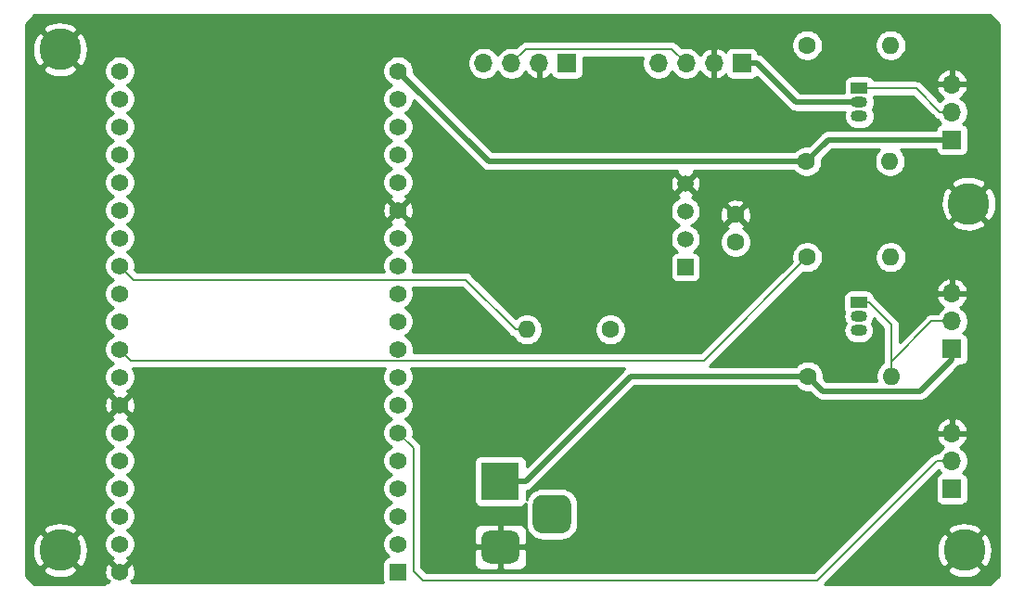
<source format=gbr>
G04 #@! TF.GenerationSoftware,KiCad,Pcbnew,(5.1.6)-1*
G04 #@! TF.CreationDate,2020-07-21T12:12:18+05:30*
G04 #@! TF.ProjectId,WeatherStationPCB,57656174-6865-4725-9374-6174696f6e50,rev?*
G04 #@! TF.SameCoordinates,Original*
G04 #@! TF.FileFunction,Copper,L1,Top*
G04 #@! TF.FilePolarity,Positive*
%FSLAX46Y46*%
G04 Gerber Fmt 4.6, Leading zero omitted, Abs format (unit mm)*
G04 Created by KiCad (PCBNEW (5.1.6)-1) date 2020-07-21 12:12:18*
%MOMM*%
%LPD*%
G01*
G04 APERTURE LIST*
G04 #@! TA.AperFunction,ComponentPad*
%ADD10O,1.700000X1.700000*%
G04 #@! TD*
G04 #@! TA.AperFunction,ComponentPad*
%ADD11R,1.700000X1.700000*%
G04 #@! TD*
G04 #@! TA.AperFunction,ComponentPad*
%ADD12C,3.800000*%
G04 #@! TD*
G04 #@! TA.AperFunction,ComponentPad*
%ADD13O,1.600000X1.600000*%
G04 #@! TD*
G04 #@! TA.AperFunction,ComponentPad*
%ADD14C,1.600000*%
G04 #@! TD*
G04 #@! TA.AperFunction,ComponentPad*
%ADD15R,1.560000X1.560000*%
G04 #@! TD*
G04 #@! TA.AperFunction,ComponentPad*
%ADD16C,1.560000*%
G04 #@! TD*
G04 #@! TA.AperFunction,ComponentPad*
%ADD17C,1.500000*%
G04 #@! TD*
G04 #@! TA.AperFunction,ComponentPad*
%ADD18R,1.500000X1.500000*%
G04 #@! TD*
G04 #@! TA.AperFunction,ComponentPad*
%ADD19R,3.500000X3.500000*%
G04 #@! TD*
G04 #@! TA.AperFunction,ComponentPad*
%ADD20O,1.500000X1.050000*%
G04 #@! TD*
G04 #@! TA.AperFunction,ComponentPad*
%ADD21R,1.500000X1.050000*%
G04 #@! TD*
G04 #@! TA.AperFunction,ViaPad*
%ADD22C,0.800000*%
G04 #@! TD*
G04 #@! TA.AperFunction,Conductor*
%ADD23C,0.500000*%
G04 #@! TD*
G04 #@! TA.AperFunction,Conductor*
%ADD24C,0.200000*%
G04 #@! TD*
G04 #@! TA.AperFunction,Conductor*
%ADD25C,0.254000*%
G04 #@! TD*
G04 APERTURE END LIST*
D10*
X156337000Y-99758000D03*
X156337000Y-102298000D03*
D11*
X156337000Y-104838000D03*
D12*
X74930000Y-123190000D03*
X74930000Y-77470000D03*
X157861000Y-91567000D03*
X157480000Y-123190000D03*
D13*
X117538000Y-103060000D03*
D14*
X125158000Y-103060000D03*
D13*
X150812000Y-107315000D03*
D14*
X143192000Y-107315000D03*
D13*
X150686000Y-87693500D03*
D14*
X143066000Y-87693500D03*
D13*
X150749000Y-96456500D03*
D14*
X143129000Y-96456500D03*
D13*
X150749000Y-77089000D03*
D14*
X143129000Y-77089000D03*
D10*
X113602000Y-78740000D03*
X116142000Y-78740000D03*
X118682000Y-78740000D03*
D11*
X121222000Y-78740000D03*
D10*
X156337000Y-112522000D03*
X156337000Y-115062000D03*
D11*
X156337000Y-117602000D03*
D10*
X156337000Y-80645000D03*
X156337000Y-83185000D03*
D11*
X156337000Y-85725000D03*
D10*
X129540000Y-78740000D03*
X132080000Y-78740000D03*
X134620000Y-78740000D03*
D11*
X137160000Y-78740000D03*
D15*
X105791000Y-125170000D03*
D16*
X105791000Y-122630000D03*
X105791000Y-79450000D03*
X105791000Y-120090000D03*
X105791000Y-117550000D03*
X105791000Y-115010000D03*
X105791000Y-112470000D03*
X105791000Y-109930000D03*
X105791000Y-107390000D03*
X105791000Y-104850000D03*
X105791000Y-102310000D03*
X105791000Y-99770000D03*
X105791000Y-97230000D03*
X105791000Y-94690000D03*
X105791000Y-92150000D03*
X105791000Y-89610000D03*
X105791000Y-87070000D03*
X105791000Y-84530000D03*
X105791000Y-81990000D03*
X80391000Y-125170000D03*
X80391000Y-122630000D03*
X80391000Y-120090000D03*
X80391000Y-117550000D03*
X80391000Y-115010000D03*
X80391000Y-112470000D03*
X80391000Y-109930000D03*
X80391000Y-107390000D03*
X80391000Y-104850000D03*
X80391000Y-102310000D03*
X80391000Y-99770000D03*
X80391000Y-97230000D03*
X80391000Y-94690000D03*
X80391000Y-92150000D03*
X80391000Y-89610000D03*
X80391000Y-87070000D03*
X80391000Y-84530000D03*
X80391000Y-81990000D03*
X80391000Y-79450000D03*
D17*
X132016000Y-89725500D03*
X132016000Y-92265500D03*
X132016000Y-94805500D03*
D18*
X132016000Y-97345500D03*
D14*
X136588000Y-92559500D03*
X136588000Y-95059500D03*
D19*
X115126000Y-116904000D03*
G04 #@! TA.AperFunction,ComponentPad*
G36*
G01*
X116126000Y-124404000D02*
X114126000Y-124404000D01*
G75*
G02*
X113376000Y-123654000I0J750000D01*
G01*
X113376000Y-122154000D01*
G75*
G02*
X114126000Y-121404000I750000J0D01*
G01*
X116126000Y-121404000D01*
G75*
G02*
X116876000Y-122154000I0J-750000D01*
G01*
X116876000Y-123654000D01*
G75*
G02*
X116126000Y-124404000I-750000J0D01*
G01*
G37*
G04 #@! TD.AperFunction*
G04 #@! TA.AperFunction,ComponentPad*
G36*
G01*
X120701000Y-121654000D02*
X118951000Y-121654000D01*
G75*
G02*
X118076000Y-120779000I0J875000D01*
G01*
X118076000Y-119029000D01*
G75*
G02*
X118951000Y-118154000I875000J0D01*
G01*
X120701000Y-118154000D01*
G75*
G02*
X121576000Y-119029000I0J-875000D01*
G01*
X121576000Y-120779000D01*
G75*
G02*
X120701000Y-121654000I-875000J0D01*
G01*
G37*
G04 #@! TD.AperFunction*
D20*
X147892000Y-82296000D03*
X147892000Y-83566000D03*
D21*
X147892000Y-81026000D03*
X147828000Y-100584000D03*
D20*
X147828000Y-103124000D03*
X147828000Y-101854000D03*
D22*
X87630000Y-96393000D03*
D23*
X115126000Y-116904000D02*
X117426300Y-116904000D01*
X117426300Y-116904000D02*
X127015300Y-107315000D01*
X127015300Y-107315000D02*
X143192000Y-107315000D01*
X105791000Y-79450000D02*
X114034500Y-87693500D01*
X114034500Y-87693500D02*
X143066000Y-87693500D01*
X156337000Y-85725000D02*
X145034500Y-85725000D01*
X145034500Y-85725000D02*
X143066000Y-87693500D01*
X153458600Y-108669400D02*
X144546400Y-108669400D01*
X156337000Y-104838000D02*
X156337000Y-105791000D01*
X144546400Y-108669400D02*
X143192000Y-107315000D01*
X156337000Y-105791000D02*
X153458600Y-108669400D01*
X137160000Y-78740000D02*
X138560300Y-78740000D01*
X147892000Y-82296000D02*
X142116300Y-82296000D01*
X142116300Y-82296000D02*
X138560300Y-78740000D01*
D24*
X130785100Y-77445100D02*
X132080000Y-78740000D01*
X116142000Y-78740000D02*
X117436900Y-77445100D01*
X117436900Y-77445100D02*
X130785100Y-77445100D01*
X117538000Y-103060000D02*
X116487700Y-103060000D01*
X116487700Y-103060000D02*
X111927700Y-98500000D01*
X111927700Y-98500000D02*
X81661000Y-98500000D01*
X81661000Y-98500000D02*
X80391000Y-97230000D01*
X156337000Y-83185000D02*
X155236700Y-83185000D01*
X147892000Y-81026000D02*
X153077700Y-81026000D01*
X153077700Y-81026000D02*
X155236700Y-83185000D01*
X150812000Y-107315000D02*
X150812000Y-105982000D01*
X154496000Y-102298000D02*
X156337000Y-102298000D01*
X150812000Y-105982000D02*
X154496000Y-102298000D01*
X148778000Y-100584000D02*
X147828000Y-100584000D01*
X150812000Y-102618000D02*
X148778000Y-100584000D01*
X150812000Y-107315000D02*
X150812000Y-102618000D01*
X143129000Y-96456500D02*
X133703600Y-105881900D01*
X133703600Y-105881900D02*
X81422900Y-105881900D01*
X81422900Y-105881900D02*
X80391000Y-104850000D01*
X156337000Y-115062000D02*
X155236700Y-115062000D01*
X107188000Y-125095000D02*
X107188000Y-113867000D01*
X154940000Y-115062000D02*
X144018000Y-125984000D01*
X156337000Y-115062000D02*
X154940000Y-115062000D01*
X107188000Y-113867000D02*
X105791000Y-112470000D01*
X108077000Y-125984000D02*
X107188000Y-125095000D01*
X144018000Y-125984000D02*
X108077000Y-125984000D01*
D25*
G36*
X160605000Y-75154606D02*
G01*
X160605001Y-125505393D01*
X159795394Y-126315000D01*
X144726446Y-126315000D01*
X146075097Y-124966349D01*
X155883256Y-124966349D01*
X156087362Y-125322867D01*
X156530223Y-125553575D01*
X157009583Y-125693452D01*
X157507021Y-125737123D01*
X158003422Y-125682909D01*
X158479707Y-125532894D01*
X158872638Y-125322867D01*
X159076744Y-124966349D01*
X157480000Y-123369605D01*
X155883256Y-124966349D01*
X146075097Y-124966349D01*
X147824425Y-123217021D01*
X154932877Y-123217021D01*
X154987091Y-123713422D01*
X155137106Y-124189707D01*
X155347133Y-124582638D01*
X155703651Y-124786744D01*
X157300395Y-123190000D01*
X157659605Y-123190000D01*
X159256349Y-124786744D01*
X159612867Y-124582638D01*
X159843575Y-124139777D01*
X159983452Y-123660417D01*
X160027123Y-123162979D01*
X159972909Y-122666578D01*
X159822894Y-122190293D01*
X159612867Y-121797362D01*
X159256349Y-121593256D01*
X157659605Y-123190000D01*
X157300395Y-123190000D01*
X155703651Y-121593256D01*
X155347133Y-121797362D01*
X155116425Y-122240223D01*
X154976548Y-122719583D01*
X154932877Y-123217021D01*
X147824425Y-123217021D01*
X149627795Y-121413651D01*
X155883256Y-121413651D01*
X157480000Y-123010395D01*
X159076744Y-121413651D01*
X158872638Y-121057133D01*
X158429777Y-120826425D01*
X157950417Y-120686548D01*
X157452979Y-120642877D01*
X156956578Y-120697091D01*
X156480293Y-120847106D01*
X156087362Y-121057133D01*
X155883256Y-121413651D01*
X149627795Y-121413651D01*
X155123159Y-115918288D01*
X155183525Y-116008632D01*
X155315380Y-116140487D01*
X155242820Y-116162498D01*
X155132506Y-116221463D01*
X155035815Y-116300815D01*
X154956463Y-116397506D01*
X154897498Y-116507820D01*
X154861188Y-116627518D01*
X154848928Y-116752000D01*
X154848928Y-118452000D01*
X154861188Y-118576482D01*
X154897498Y-118696180D01*
X154956463Y-118806494D01*
X155035815Y-118903185D01*
X155132506Y-118982537D01*
X155242820Y-119041502D01*
X155362518Y-119077812D01*
X155487000Y-119090072D01*
X157187000Y-119090072D01*
X157311482Y-119077812D01*
X157431180Y-119041502D01*
X157541494Y-118982537D01*
X157638185Y-118903185D01*
X157717537Y-118806494D01*
X157776502Y-118696180D01*
X157812812Y-118576482D01*
X157825072Y-118452000D01*
X157825072Y-116752000D01*
X157812812Y-116627518D01*
X157776502Y-116507820D01*
X157717537Y-116397506D01*
X157638185Y-116300815D01*
X157541494Y-116221463D01*
X157431180Y-116162498D01*
X157358620Y-116140487D01*
X157490475Y-116008632D01*
X157652990Y-115765411D01*
X157764932Y-115495158D01*
X157822000Y-115208260D01*
X157822000Y-114915740D01*
X157764932Y-114628842D01*
X157652990Y-114358589D01*
X157490475Y-114115368D01*
X157283632Y-113908525D01*
X157101466Y-113786805D01*
X157218355Y-113717178D01*
X157434588Y-113522269D01*
X157608641Y-113288920D01*
X157733825Y-113026099D01*
X157778476Y-112878890D01*
X157657155Y-112649000D01*
X156464000Y-112649000D01*
X156464000Y-112669000D01*
X156210000Y-112669000D01*
X156210000Y-112649000D01*
X155016845Y-112649000D01*
X154895524Y-112878890D01*
X154940175Y-113026099D01*
X155065359Y-113288920D01*
X155239412Y-113522269D01*
X155455645Y-113717178D01*
X155572534Y-113786805D01*
X155390368Y-113908525D01*
X155183525Y-114115368D01*
X155042117Y-114327000D01*
X154976105Y-114327000D01*
X154940000Y-114323444D01*
X154795915Y-114337635D01*
X154657366Y-114379663D01*
X154596395Y-114412253D01*
X154529680Y-114447913D01*
X154417762Y-114539762D01*
X154394746Y-114567807D01*
X143713554Y-125249000D01*
X108381447Y-125249000D01*
X107923000Y-124790554D01*
X107923000Y-124404000D01*
X112737928Y-124404000D01*
X112750188Y-124528482D01*
X112786498Y-124648180D01*
X112845463Y-124758494D01*
X112924815Y-124855185D01*
X113021506Y-124934537D01*
X113131820Y-124993502D01*
X113251518Y-125029812D01*
X113376000Y-125042072D01*
X114840250Y-125039000D01*
X114999000Y-124880250D01*
X114999000Y-123031000D01*
X115253000Y-123031000D01*
X115253000Y-124880250D01*
X115411750Y-125039000D01*
X116876000Y-125042072D01*
X117000482Y-125029812D01*
X117120180Y-124993502D01*
X117230494Y-124934537D01*
X117327185Y-124855185D01*
X117406537Y-124758494D01*
X117465502Y-124648180D01*
X117501812Y-124528482D01*
X117514072Y-124404000D01*
X117511000Y-123189750D01*
X117352250Y-123031000D01*
X115253000Y-123031000D01*
X114999000Y-123031000D01*
X112899750Y-123031000D01*
X112741000Y-123189750D01*
X112737928Y-124404000D01*
X107923000Y-124404000D01*
X107923000Y-121404000D01*
X112737928Y-121404000D01*
X112741000Y-122618250D01*
X112899750Y-122777000D01*
X114999000Y-122777000D01*
X114999000Y-120927750D01*
X115253000Y-120927750D01*
X115253000Y-122777000D01*
X117352250Y-122777000D01*
X117511000Y-122618250D01*
X117514072Y-121404000D01*
X117501812Y-121279518D01*
X117465502Y-121159820D01*
X117406537Y-121049506D01*
X117327185Y-120952815D01*
X117230494Y-120873463D01*
X117120180Y-120814498D01*
X117000482Y-120778188D01*
X116876000Y-120765928D01*
X115411750Y-120769000D01*
X115253000Y-120927750D01*
X114999000Y-120927750D01*
X114840250Y-120769000D01*
X113376000Y-120765928D01*
X113251518Y-120778188D01*
X113131820Y-120814498D01*
X113021506Y-120873463D01*
X112924815Y-120952815D01*
X112845463Y-121049506D01*
X112786498Y-121159820D01*
X112750188Y-121279518D01*
X112737928Y-121404000D01*
X107923000Y-121404000D01*
X107923000Y-113903094D01*
X107926555Y-113866999D01*
X107923000Y-113830904D01*
X107923000Y-113830895D01*
X107912365Y-113722915D01*
X107870337Y-113584367D01*
X107802087Y-113456680D01*
X107710238Y-113344762D01*
X107682193Y-113321746D01*
X107166814Y-112806368D01*
X107206000Y-112609365D01*
X107206000Y-112330635D01*
X107151623Y-112057260D01*
X107044957Y-111799746D01*
X106890103Y-111567990D01*
X106693010Y-111370897D01*
X106461254Y-111216043D01*
X106422523Y-111200000D01*
X106461254Y-111183957D01*
X106693010Y-111029103D01*
X106890103Y-110832010D01*
X107044957Y-110600254D01*
X107151623Y-110342740D01*
X107206000Y-110069365D01*
X107206000Y-109790635D01*
X107151623Y-109517260D01*
X107044957Y-109259746D01*
X106890103Y-109027990D01*
X106693010Y-108830897D01*
X106461254Y-108676043D01*
X106422523Y-108660000D01*
X106461254Y-108643957D01*
X106693010Y-108489103D01*
X106890103Y-108292010D01*
X107044957Y-108060254D01*
X107151623Y-107802740D01*
X107206000Y-107529365D01*
X107206000Y-107250635D01*
X107151623Y-106977260D01*
X107044957Y-106719746D01*
X106976238Y-106616900D01*
X126470904Y-106616900D01*
X126420253Y-106658468D01*
X126420251Y-106658470D01*
X126386483Y-106686183D01*
X126358770Y-106719951D01*
X117514072Y-115564650D01*
X117514072Y-115154000D01*
X117501812Y-115029518D01*
X117465502Y-114909820D01*
X117406537Y-114799506D01*
X117327185Y-114702815D01*
X117230494Y-114623463D01*
X117120180Y-114564498D01*
X117000482Y-114528188D01*
X116876000Y-114515928D01*
X113376000Y-114515928D01*
X113251518Y-114528188D01*
X113131820Y-114564498D01*
X113021506Y-114623463D01*
X112924815Y-114702815D01*
X112845463Y-114799506D01*
X112786498Y-114909820D01*
X112750188Y-115029518D01*
X112737928Y-115154000D01*
X112737928Y-118654000D01*
X112750188Y-118778482D01*
X112786498Y-118898180D01*
X112845463Y-119008494D01*
X112924815Y-119105185D01*
X113021506Y-119184537D01*
X113131820Y-119243502D01*
X113251518Y-119279812D01*
X113376000Y-119292072D01*
X116876000Y-119292072D01*
X117000482Y-119279812D01*
X117120180Y-119243502D01*
X117230494Y-119184537D01*
X117327185Y-119105185D01*
X117406537Y-119008494D01*
X117447494Y-118931869D01*
X117437928Y-119029000D01*
X117437928Y-120779000D01*
X117467001Y-121074186D01*
X117553104Y-121358028D01*
X117692927Y-121619618D01*
X117881097Y-121848903D01*
X118110382Y-122037073D01*
X118371972Y-122176896D01*
X118655814Y-122262999D01*
X118951000Y-122292072D01*
X120701000Y-122292072D01*
X120996186Y-122262999D01*
X121280028Y-122176896D01*
X121541618Y-122037073D01*
X121770903Y-121848903D01*
X121959073Y-121619618D01*
X122098896Y-121358028D01*
X122184999Y-121074186D01*
X122214072Y-120779000D01*
X122214072Y-119029000D01*
X122184999Y-118733814D01*
X122098896Y-118449972D01*
X121959073Y-118188382D01*
X121770903Y-117959097D01*
X121541618Y-117770927D01*
X121280028Y-117631104D01*
X120996186Y-117545001D01*
X120701000Y-117515928D01*
X118951000Y-117515928D01*
X118655814Y-117545001D01*
X118371972Y-117631104D01*
X118110382Y-117770927D01*
X117881097Y-117959097D01*
X117692927Y-118188382D01*
X117553104Y-118449972D01*
X117514072Y-118578643D01*
X117514072Y-117784637D01*
X117599790Y-117776195D01*
X117766613Y-117725589D01*
X117920359Y-117643411D01*
X118055117Y-117532817D01*
X118082834Y-117499044D01*
X123416768Y-112165110D01*
X154895524Y-112165110D01*
X155016845Y-112395000D01*
X156210000Y-112395000D01*
X156210000Y-111201186D01*
X156464000Y-111201186D01*
X156464000Y-112395000D01*
X157657155Y-112395000D01*
X157778476Y-112165110D01*
X157733825Y-112017901D01*
X157608641Y-111755080D01*
X157434588Y-111521731D01*
X157218355Y-111326822D01*
X156968252Y-111177843D01*
X156693891Y-111080519D01*
X156464000Y-111201186D01*
X156210000Y-111201186D01*
X155980109Y-111080519D01*
X155705748Y-111177843D01*
X155455645Y-111326822D01*
X155239412Y-111521731D01*
X155065359Y-111755080D01*
X154940175Y-112017901D01*
X154895524Y-112165110D01*
X123416768Y-112165110D01*
X127381879Y-108200000D01*
X142057479Y-108200000D01*
X142077363Y-108229759D01*
X142277241Y-108429637D01*
X142512273Y-108586680D01*
X142773426Y-108694853D01*
X143050665Y-108750000D01*
X143333335Y-108750000D01*
X143368439Y-108743017D01*
X143889870Y-109264449D01*
X143917583Y-109298217D01*
X143951351Y-109325930D01*
X143951353Y-109325932D01*
X144052340Y-109408810D01*
X144052341Y-109408811D01*
X144206087Y-109490989D01*
X144372910Y-109541595D01*
X144502923Y-109554400D01*
X144502931Y-109554400D01*
X144546400Y-109558681D01*
X144589869Y-109554400D01*
X153415131Y-109554400D01*
X153458600Y-109558681D01*
X153502069Y-109554400D01*
X153502077Y-109554400D01*
X153632090Y-109541595D01*
X153798913Y-109490989D01*
X153952659Y-109408811D01*
X154087417Y-109298217D01*
X154115134Y-109264444D01*
X156932049Y-106447530D01*
X156965817Y-106419817D01*
X157042752Y-106326072D01*
X157187000Y-106326072D01*
X157311482Y-106313812D01*
X157431180Y-106277502D01*
X157541494Y-106218537D01*
X157638185Y-106139185D01*
X157717537Y-106042494D01*
X157776502Y-105932180D01*
X157812812Y-105812482D01*
X157825072Y-105688000D01*
X157825072Y-103988000D01*
X157812812Y-103863518D01*
X157776502Y-103743820D01*
X157717537Y-103633506D01*
X157638185Y-103536815D01*
X157541494Y-103457463D01*
X157431180Y-103398498D01*
X157358620Y-103376487D01*
X157490475Y-103244632D01*
X157652990Y-103001411D01*
X157764932Y-102731158D01*
X157822000Y-102444260D01*
X157822000Y-102151740D01*
X157764932Y-101864842D01*
X157652990Y-101594589D01*
X157490475Y-101351368D01*
X157283632Y-101144525D01*
X157101466Y-101022805D01*
X157218355Y-100953178D01*
X157434588Y-100758269D01*
X157608641Y-100524920D01*
X157733825Y-100262099D01*
X157778476Y-100114890D01*
X157657155Y-99885000D01*
X156464000Y-99885000D01*
X156464000Y-99905000D01*
X156210000Y-99905000D01*
X156210000Y-99885000D01*
X155016845Y-99885000D01*
X154895524Y-100114890D01*
X154940175Y-100262099D01*
X155065359Y-100524920D01*
X155239412Y-100758269D01*
X155455645Y-100953178D01*
X155572534Y-101022805D01*
X155390368Y-101144525D01*
X155183525Y-101351368D01*
X155042117Y-101563000D01*
X154532105Y-101563000D01*
X154496000Y-101559444D01*
X154459895Y-101563000D01*
X154351915Y-101573635D01*
X154213367Y-101615663D01*
X154085680Y-101683913D01*
X153973762Y-101775762D01*
X153950746Y-101803807D01*
X151547000Y-104207554D01*
X151547000Y-102654094D01*
X151550555Y-102617999D01*
X151547000Y-102581904D01*
X151547000Y-102581895D01*
X151536365Y-102473915D01*
X151494337Y-102335367D01*
X151426087Y-102207680D01*
X151334238Y-102095762D01*
X151306193Y-102072746D01*
X149323258Y-100089812D01*
X149300238Y-100061762D01*
X149208967Y-99986857D01*
X149203812Y-99934518D01*
X149167502Y-99814820D01*
X149108537Y-99704506D01*
X149029185Y-99607815D01*
X148932494Y-99528463D01*
X148822180Y-99469498D01*
X148702482Y-99433188D01*
X148578000Y-99420928D01*
X147078000Y-99420928D01*
X146953518Y-99433188D01*
X146833820Y-99469498D01*
X146723506Y-99528463D01*
X146626815Y-99607815D01*
X146547463Y-99704506D01*
X146488498Y-99814820D01*
X146452188Y-99934518D01*
X146439928Y-100059000D01*
X146439928Y-101109000D01*
X146452188Y-101233482D01*
X146488498Y-101353180D01*
X146523093Y-101417902D01*
X146459785Y-101626600D01*
X146437388Y-101854000D01*
X146459785Y-102081400D01*
X146526115Y-102300060D01*
X146627105Y-102489000D01*
X146526115Y-102677940D01*
X146459785Y-102896600D01*
X146437388Y-103124000D01*
X146459785Y-103351400D01*
X146526115Y-103570060D01*
X146633829Y-103771579D01*
X146778788Y-103948212D01*
X146955421Y-104093171D01*
X147156940Y-104200885D01*
X147375600Y-104267215D01*
X147546021Y-104284000D01*
X148109979Y-104284000D01*
X148280400Y-104267215D01*
X148499060Y-104200885D01*
X148700579Y-104093171D01*
X148877212Y-103948212D01*
X149022171Y-103771579D01*
X149129885Y-103570060D01*
X149196215Y-103351400D01*
X149218612Y-103124000D01*
X149196215Y-102896600D01*
X149129885Y-102677940D01*
X149028895Y-102489000D01*
X149129885Y-102300060D01*
X149196215Y-102081400D01*
X149199778Y-102045224D01*
X150077001Y-102922448D01*
X150077000Y-105945892D01*
X150073444Y-105982000D01*
X150077000Y-106018108D01*
X150077000Y-106080252D01*
X149897241Y-106200363D01*
X149697363Y-106400241D01*
X149540320Y-106635273D01*
X149432147Y-106896426D01*
X149377000Y-107173665D01*
X149377000Y-107456335D01*
X149432147Y-107733574D01*
X149453200Y-107784400D01*
X144912979Y-107784400D01*
X144620017Y-107491439D01*
X144627000Y-107456335D01*
X144627000Y-107173665D01*
X144571853Y-106896426D01*
X144463680Y-106635273D01*
X144306637Y-106400241D01*
X144106759Y-106200363D01*
X143871727Y-106043320D01*
X143610574Y-105935147D01*
X143333335Y-105880000D01*
X143050665Y-105880000D01*
X142773426Y-105935147D01*
X142512273Y-106043320D01*
X142277241Y-106200363D01*
X142077363Y-106400241D01*
X142057479Y-106430000D01*
X134194325Y-106430000D01*
X134225838Y-106404138D01*
X134248859Y-106376087D01*
X141223836Y-99401110D01*
X154895524Y-99401110D01*
X155016845Y-99631000D01*
X156210000Y-99631000D01*
X156210000Y-98437186D01*
X156464000Y-98437186D01*
X156464000Y-99631000D01*
X157657155Y-99631000D01*
X157778476Y-99401110D01*
X157733825Y-99253901D01*
X157608641Y-98991080D01*
X157434588Y-98757731D01*
X157218355Y-98562822D01*
X156968252Y-98413843D01*
X156693891Y-98316519D01*
X156464000Y-98437186D01*
X156210000Y-98437186D01*
X155980109Y-98316519D01*
X155705748Y-98413843D01*
X155455645Y-98562822D01*
X155239412Y-98757731D01*
X155065359Y-98991080D01*
X154940175Y-99253901D01*
X154895524Y-99401110D01*
X141223836Y-99401110D01*
X142775625Y-97849322D01*
X142987665Y-97891500D01*
X143270335Y-97891500D01*
X143547574Y-97836353D01*
X143808727Y-97728180D01*
X144043759Y-97571137D01*
X144243637Y-97371259D01*
X144400680Y-97136227D01*
X144508853Y-96875074D01*
X144564000Y-96597835D01*
X144564000Y-96315165D01*
X149314000Y-96315165D01*
X149314000Y-96597835D01*
X149369147Y-96875074D01*
X149477320Y-97136227D01*
X149634363Y-97371259D01*
X149834241Y-97571137D01*
X150069273Y-97728180D01*
X150330426Y-97836353D01*
X150607665Y-97891500D01*
X150890335Y-97891500D01*
X151167574Y-97836353D01*
X151428727Y-97728180D01*
X151663759Y-97571137D01*
X151863637Y-97371259D01*
X152020680Y-97136227D01*
X152128853Y-96875074D01*
X152184000Y-96597835D01*
X152184000Y-96315165D01*
X152128853Y-96037926D01*
X152020680Y-95776773D01*
X151863637Y-95541741D01*
X151663759Y-95341863D01*
X151428727Y-95184820D01*
X151167574Y-95076647D01*
X150890335Y-95021500D01*
X150607665Y-95021500D01*
X150330426Y-95076647D01*
X150069273Y-95184820D01*
X149834241Y-95341863D01*
X149634363Y-95541741D01*
X149477320Y-95776773D01*
X149369147Y-96037926D01*
X149314000Y-96315165D01*
X144564000Y-96315165D01*
X144508853Y-96037926D01*
X144400680Y-95776773D01*
X144243637Y-95541741D01*
X144043759Y-95341863D01*
X143808727Y-95184820D01*
X143547574Y-95076647D01*
X143270335Y-95021500D01*
X142987665Y-95021500D01*
X142710426Y-95076647D01*
X142449273Y-95184820D01*
X142214241Y-95341863D01*
X142014363Y-95541741D01*
X141857320Y-95776773D01*
X141749147Y-96037926D01*
X141694000Y-96315165D01*
X141694000Y-96597835D01*
X141736178Y-96809875D01*
X133399154Y-105146900D01*
X107174665Y-105146900D01*
X107206000Y-104989365D01*
X107206000Y-104710635D01*
X107151623Y-104437260D01*
X107044957Y-104179746D01*
X106890103Y-103947990D01*
X106693010Y-103750897D01*
X106461254Y-103596043D01*
X106422523Y-103580000D01*
X106461254Y-103563957D01*
X106693010Y-103409103D01*
X106890103Y-103212010D01*
X107044957Y-102980254D01*
X107151623Y-102722740D01*
X107206000Y-102449365D01*
X107206000Y-102170635D01*
X107151623Y-101897260D01*
X107044957Y-101639746D01*
X106890103Y-101407990D01*
X106693010Y-101210897D01*
X106461254Y-101056043D01*
X106422523Y-101040000D01*
X106461254Y-101023957D01*
X106693010Y-100869103D01*
X106890103Y-100672010D01*
X107044957Y-100440254D01*
X107151623Y-100182740D01*
X107206000Y-99909365D01*
X107206000Y-99630635D01*
X107151623Y-99357260D01*
X107100981Y-99235000D01*
X111623254Y-99235000D01*
X115942446Y-103554193D01*
X115965462Y-103582238D01*
X116077380Y-103674087D01*
X116205067Y-103742337D01*
X116284079Y-103766305D01*
X116423363Y-103974759D01*
X116623241Y-104174637D01*
X116858273Y-104331680D01*
X117119426Y-104439853D01*
X117396665Y-104495000D01*
X117679335Y-104495000D01*
X117956574Y-104439853D01*
X118217727Y-104331680D01*
X118452759Y-104174637D01*
X118652637Y-103974759D01*
X118809680Y-103739727D01*
X118917853Y-103478574D01*
X118973000Y-103201335D01*
X118973000Y-102918665D01*
X123723000Y-102918665D01*
X123723000Y-103201335D01*
X123778147Y-103478574D01*
X123886320Y-103739727D01*
X124043363Y-103974759D01*
X124243241Y-104174637D01*
X124478273Y-104331680D01*
X124739426Y-104439853D01*
X125016665Y-104495000D01*
X125299335Y-104495000D01*
X125576574Y-104439853D01*
X125837727Y-104331680D01*
X126072759Y-104174637D01*
X126272637Y-103974759D01*
X126429680Y-103739727D01*
X126537853Y-103478574D01*
X126593000Y-103201335D01*
X126593000Y-102918665D01*
X126537853Y-102641426D01*
X126429680Y-102380273D01*
X126272637Y-102145241D01*
X126072759Y-101945363D01*
X125837727Y-101788320D01*
X125576574Y-101680147D01*
X125299335Y-101625000D01*
X125016665Y-101625000D01*
X124739426Y-101680147D01*
X124478273Y-101788320D01*
X124243241Y-101945363D01*
X124043363Y-102145241D01*
X123886320Y-102380273D01*
X123778147Y-102641426D01*
X123723000Y-102918665D01*
X118973000Y-102918665D01*
X118917853Y-102641426D01*
X118809680Y-102380273D01*
X118652637Y-102145241D01*
X118452759Y-101945363D01*
X118217727Y-101788320D01*
X117956574Y-101680147D01*
X117679335Y-101625000D01*
X117396665Y-101625000D01*
X117119426Y-101680147D01*
X116858273Y-101788320D01*
X116623241Y-101945363D01*
X116517875Y-102050729D01*
X112472959Y-98005813D01*
X112449938Y-97977762D01*
X112338020Y-97885913D01*
X112210333Y-97817663D01*
X112071785Y-97775635D01*
X111963805Y-97765000D01*
X111927700Y-97761444D01*
X111891595Y-97765000D01*
X107100981Y-97765000D01*
X107151623Y-97642740D01*
X107206000Y-97369365D01*
X107206000Y-97090635D01*
X107151623Y-96817260D01*
X107059767Y-96595500D01*
X130627928Y-96595500D01*
X130627928Y-98095500D01*
X130640188Y-98219982D01*
X130676498Y-98339680D01*
X130735463Y-98449994D01*
X130814815Y-98546685D01*
X130911506Y-98626037D01*
X131021820Y-98685002D01*
X131141518Y-98721312D01*
X131266000Y-98733572D01*
X132766000Y-98733572D01*
X132890482Y-98721312D01*
X133010180Y-98685002D01*
X133120494Y-98626037D01*
X133217185Y-98546685D01*
X133296537Y-98449994D01*
X133355502Y-98339680D01*
X133391812Y-98219982D01*
X133404072Y-98095500D01*
X133404072Y-96595500D01*
X133391812Y-96471018D01*
X133355502Y-96351320D01*
X133296537Y-96241006D01*
X133217185Y-96144315D01*
X133120494Y-96064963D01*
X133010180Y-96005998D01*
X132890482Y-95969688D01*
X132782517Y-95959055D01*
X132898886Y-95881299D01*
X133091799Y-95688386D01*
X133243371Y-95461543D01*
X133347775Y-95209489D01*
X133401000Y-94941911D01*
X133401000Y-94918165D01*
X135153000Y-94918165D01*
X135153000Y-95200835D01*
X135208147Y-95478074D01*
X135316320Y-95739227D01*
X135473363Y-95974259D01*
X135673241Y-96174137D01*
X135908273Y-96331180D01*
X136169426Y-96439353D01*
X136446665Y-96494500D01*
X136729335Y-96494500D01*
X137006574Y-96439353D01*
X137267727Y-96331180D01*
X137502759Y-96174137D01*
X137702637Y-95974259D01*
X137859680Y-95739227D01*
X137967853Y-95478074D01*
X138023000Y-95200835D01*
X138023000Y-94918165D01*
X137967853Y-94640926D01*
X137859680Y-94379773D01*
X137702637Y-94144741D01*
X137502759Y-93944863D01*
X137302131Y-93810808D01*
X137329514Y-93796171D01*
X137401097Y-93552202D01*
X136588000Y-92739105D01*
X135774903Y-93552202D01*
X135846486Y-93796171D01*
X135875341Y-93809824D01*
X135673241Y-93944863D01*
X135473363Y-94144741D01*
X135316320Y-94379773D01*
X135208147Y-94640926D01*
X135153000Y-94918165D01*
X133401000Y-94918165D01*
X133401000Y-94669089D01*
X133347775Y-94401511D01*
X133243371Y-94149457D01*
X133091799Y-93922614D01*
X132898886Y-93729701D01*
X132672043Y-93578129D01*
X132569127Y-93535500D01*
X132672043Y-93492871D01*
X132898886Y-93341299D01*
X133091799Y-93148386D01*
X133243371Y-92921543D01*
X133347775Y-92669489D01*
X133355627Y-92630012D01*
X135147783Y-92630012D01*
X135189213Y-92909630D01*
X135284397Y-93175792D01*
X135351329Y-93301014D01*
X135595298Y-93372597D01*
X136408395Y-92559500D01*
X136767605Y-92559500D01*
X137580702Y-93372597D01*
X137680384Y-93343349D01*
X156264256Y-93343349D01*
X156468362Y-93699867D01*
X156911223Y-93930575D01*
X157390583Y-94070452D01*
X157888021Y-94114123D01*
X158384422Y-94059909D01*
X158860707Y-93909894D01*
X159253638Y-93699867D01*
X159457744Y-93343349D01*
X157861000Y-91746605D01*
X156264256Y-93343349D01*
X137680384Y-93343349D01*
X137824671Y-93301014D01*
X137945571Y-93045504D01*
X138014300Y-92771316D01*
X138028217Y-92488988D01*
X137986787Y-92209370D01*
X137891603Y-91943208D01*
X137824671Y-91817986D01*
X137580702Y-91746403D01*
X136767605Y-92559500D01*
X136408395Y-92559500D01*
X135595298Y-91746403D01*
X135351329Y-91817986D01*
X135230429Y-92073496D01*
X135161700Y-92347684D01*
X135147783Y-92630012D01*
X133355627Y-92630012D01*
X133401000Y-92401911D01*
X133401000Y-92129089D01*
X133347775Y-91861511D01*
X133243371Y-91609457D01*
X133214868Y-91566798D01*
X135774903Y-91566798D01*
X136588000Y-92379895D01*
X137373874Y-91594021D01*
X155313877Y-91594021D01*
X155368091Y-92090422D01*
X155518106Y-92566707D01*
X155728133Y-92959638D01*
X156084651Y-93163744D01*
X157681395Y-91567000D01*
X158040605Y-91567000D01*
X159637349Y-93163744D01*
X159993867Y-92959638D01*
X160224575Y-92516777D01*
X160364452Y-92037417D01*
X160408123Y-91539979D01*
X160353909Y-91043578D01*
X160203894Y-90567293D01*
X159993867Y-90174362D01*
X159637349Y-89970256D01*
X158040605Y-91567000D01*
X157681395Y-91567000D01*
X156084651Y-89970256D01*
X155728133Y-90174362D01*
X155497425Y-90617223D01*
X155357548Y-91096583D01*
X155313877Y-91594021D01*
X137373874Y-91594021D01*
X137401097Y-91566798D01*
X137329514Y-91322829D01*
X137074004Y-91201929D01*
X136799816Y-91133200D01*
X136517488Y-91119283D01*
X136237870Y-91160713D01*
X135971708Y-91255897D01*
X135846486Y-91322829D01*
X135774903Y-91566798D01*
X133214868Y-91566798D01*
X133091799Y-91382614D01*
X132898886Y-91189701D01*
X132672043Y-91038129D01*
X132572721Y-90996989D01*
X132614832Y-90981777D01*
X132727863Y-90921360D01*
X132793388Y-90682493D01*
X132016000Y-89905105D01*
X131238612Y-90682493D01*
X131304137Y-90921360D01*
X131462477Y-90995664D01*
X131359957Y-91038129D01*
X131133114Y-91189701D01*
X130940201Y-91382614D01*
X130788629Y-91609457D01*
X130684225Y-91861511D01*
X130631000Y-92129089D01*
X130631000Y-92401911D01*
X130684225Y-92669489D01*
X130788629Y-92921543D01*
X130940201Y-93148386D01*
X131133114Y-93341299D01*
X131359957Y-93492871D01*
X131462873Y-93535500D01*
X131359957Y-93578129D01*
X131133114Y-93729701D01*
X130940201Y-93922614D01*
X130788629Y-94149457D01*
X130684225Y-94401511D01*
X130631000Y-94669089D01*
X130631000Y-94941911D01*
X130684225Y-95209489D01*
X130788629Y-95461543D01*
X130940201Y-95688386D01*
X131133114Y-95881299D01*
X131249483Y-95959055D01*
X131141518Y-95969688D01*
X131021820Y-96005998D01*
X130911506Y-96064963D01*
X130814815Y-96144315D01*
X130735463Y-96241006D01*
X130676498Y-96351320D01*
X130640188Y-96471018D01*
X130627928Y-96595500D01*
X107059767Y-96595500D01*
X107044957Y-96559746D01*
X106890103Y-96327990D01*
X106693010Y-96130897D01*
X106461254Y-95976043D01*
X106422523Y-95960000D01*
X106461254Y-95943957D01*
X106693010Y-95789103D01*
X106890103Y-95592010D01*
X107044957Y-95360254D01*
X107151623Y-95102740D01*
X107206000Y-94829365D01*
X107206000Y-94550635D01*
X107151623Y-94277260D01*
X107044957Y-94019746D01*
X106890103Y-93787990D01*
X106693010Y-93590897D01*
X106461254Y-93436043D01*
X106425475Y-93421223D01*
X106520655Y-93370349D01*
X106589816Y-93128421D01*
X105791000Y-92329605D01*
X104992184Y-93128421D01*
X105061345Y-93370349D01*
X105163279Y-93418425D01*
X105120746Y-93436043D01*
X104888990Y-93590897D01*
X104691897Y-93787990D01*
X104537043Y-94019746D01*
X104430377Y-94277260D01*
X104376000Y-94550635D01*
X104376000Y-94829365D01*
X104430377Y-95102740D01*
X104537043Y-95360254D01*
X104691897Y-95592010D01*
X104888990Y-95789103D01*
X105120746Y-95943957D01*
X105159477Y-95960000D01*
X105120746Y-95976043D01*
X104888990Y-96130897D01*
X104691897Y-96327990D01*
X104537043Y-96559746D01*
X104430377Y-96817260D01*
X104376000Y-97090635D01*
X104376000Y-97369365D01*
X104430377Y-97642740D01*
X104481019Y-97765000D01*
X81965447Y-97765000D01*
X81766814Y-97566368D01*
X81806000Y-97369365D01*
X81806000Y-97090635D01*
X81751623Y-96817260D01*
X81644957Y-96559746D01*
X81490103Y-96327990D01*
X81293010Y-96130897D01*
X81061254Y-95976043D01*
X81022523Y-95960000D01*
X81061254Y-95943957D01*
X81293010Y-95789103D01*
X81490103Y-95592010D01*
X81644957Y-95360254D01*
X81751623Y-95102740D01*
X81806000Y-94829365D01*
X81806000Y-94550635D01*
X81751623Y-94277260D01*
X81644957Y-94019746D01*
X81490103Y-93787990D01*
X81293010Y-93590897D01*
X81061254Y-93436043D01*
X81022523Y-93420000D01*
X81061254Y-93403957D01*
X81293010Y-93249103D01*
X81490103Y-93052010D01*
X81644957Y-92820254D01*
X81751623Y-92562740D01*
X81806000Y-92289365D01*
X81806000Y-92221303D01*
X104370943Y-92221303D01*
X104412140Y-92496972D01*
X104506325Y-92759308D01*
X104570651Y-92879655D01*
X104812579Y-92948816D01*
X105611395Y-92150000D01*
X105970605Y-92150000D01*
X106769421Y-92948816D01*
X107011349Y-92879655D01*
X107130248Y-92627557D01*
X107197681Y-92357106D01*
X107211057Y-92078697D01*
X107169860Y-91803028D01*
X107075675Y-91540692D01*
X107011349Y-91420345D01*
X106769421Y-91351184D01*
X105970605Y-92150000D01*
X105611395Y-92150000D01*
X104812579Y-91351184D01*
X104570651Y-91420345D01*
X104451752Y-91672443D01*
X104384319Y-91942894D01*
X104370943Y-92221303D01*
X81806000Y-92221303D01*
X81806000Y-92010635D01*
X81751623Y-91737260D01*
X81644957Y-91479746D01*
X81490103Y-91247990D01*
X81293010Y-91050897D01*
X81061254Y-90896043D01*
X81022523Y-90880000D01*
X81061254Y-90863957D01*
X81293010Y-90709103D01*
X81490103Y-90512010D01*
X81644957Y-90280254D01*
X81751623Y-90022740D01*
X81806000Y-89749365D01*
X81806000Y-89470635D01*
X81751623Y-89197260D01*
X81644957Y-88939746D01*
X81490103Y-88707990D01*
X81293010Y-88510897D01*
X81061254Y-88356043D01*
X81022523Y-88340000D01*
X81061254Y-88323957D01*
X81293010Y-88169103D01*
X81490103Y-87972010D01*
X81644957Y-87740254D01*
X81751623Y-87482740D01*
X81806000Y-87209365D01*
X81806000Y-86930635D01*
X81751623Y-86657260D01*
X81644957Y-86399746D01*
X81490103Y-86167990D01*
X81293010Y-85970897D01*
X81061254Y-85816043D01*
X81022523Y-85800000D01*
X81061254Y-85783957D01*
X81293010Y-85629103D01*
X81490103Y-85432010D01*
X81644957Y-85200254D01*
X81751623Y-84942740D01*
X81806000Y-84669365D01*
X81806000Y-84390635D01*
X81751623Y-84117260D01*
X81644957Y-83859746D01*
X81490103Y-83627990D01*
X81293010Y-83430897D01*
X81061254Y-83276043D01*
X81022523Y-83260000D01*
X81061254Y-83243957D01*
X81293010Y-83089103D01*
X81490103Y-82892010D01*
X81644957Y-82660254D01*
X81751623Y-82402740D01*
X81806000Y-82129365D01*
X81806000Y-81850635D01*
X81751623Y-81577260D01*
X81644957Y-81319746D01*
X81490103Y-81087990D01*
X81293010Y-80890897D01*
X81061254Y-80736043D01*
X81022523Y-80720000D01*
X81061254Y-80703957D01*
X81293010Y-80549103D01*
X81490103Y-80352010D01*
X81644957Y-80120254D01*
X81751623Y-79862740D01*
X81806000Y-79589365D01*
X81806000Y-79310635D01*
X104376000Y-79310635D01*
X104376000Y-79589365D01*
X104430377Y-79862740D01*
X104537043Y-80120254D01*
X104691897Y-80352010D01*
X104888990Y-80549103D01*
X105120746Y-80703957D01*
X105159477Y-80720000D01*
X105120746Y-80736043D01*
X104888990Y-80890897D01*
X104691897Y-81087990D01*
X104537043Y-81319746D01*
X104430377Y-81577260D01*
X104376000Y-81850635D01*
X104376000Y-82129365D01*
X104430377Y-82402740D01*
X104537043Y-82660254D01*
X104691897Y-82892010D01*
X104888990Y-83089103D01*
X105120746Y-83243957D01*
X105159477Y-83260000D01*
X105120746Y-83276043D01*
X104888990Y-83430897D01*
X104691897Y-83627990D01*
X104537043Y-83859746D01*
X104430377Y-84117260D01*
X104376000Y-84390635D01*
X104376000Y-84669365D01*
X104430377Y-84942740D01*
X104537043Y-85200254D01*
X104691897Y-85432010D01*
X104888990Y-85629103D01*
X105120746Y-85783957D01*
X105159477Y-85800000D01*
X105120746Y-85816043D01*
X104888990Y-85970897D01*
X104691897Y-86167990D01*
X104537043Y-86399746D01*
X104430377Y-86657260D01*
X104376000Y-86930635D01*
X104376000Y-87209365D01*
X104430377Y-87482740D01*
X104537043Y-87740254D01*
X104691897Y-87972010D01*
X104888990Y-88169103D01*
X105120746Y-88323957D01*
X105159477Y-88340000D01*
X105120746Y-88356043D01*
X104888990Y-88510897D01*
X104691897Y-88707990D01*
X104537043Y-88939746D01*
X104430377Y-89197260D01*
X104376000Y-89470635D01*
X104376000Y-89749365D01*
X104430377Y-90022740D01*
X104537043Y-90280254D01*
X104691897Y-90512010D01*
X104888990Y-90709103D01*
X105120746Y-90863957D01*
X105156525Y-90878777D01*
X105061345Y-90929651D01*
X104992184Y-91171579D01*
X105791000Y-91970395D01*
X106589816Y-91171579D01*
X106520655Y-90929651D01*
X106418721Y-90881575D01*
X106461254Y-90863957D01*
X106693010Y-90709103D01*
X106890103Y-90512010D01*
X107044957Y-90280254D01*
X107151623Y-90022740D01*
X107196327Y-89797992D01*
X130626188Y-89797992D01*
X130667035Y-90067738D01*
X130759723Y-90324332D01*
X130820140Y-90437363D01*
X131059007Y-90502888D01*
X131836395Y-89725500D01*
X132195605Y-89725500D01*
X132972993Y-90502888D01*
X133211860Y-90437363D01*
X133327760Y-90190384D01*
X133393250Y-89925540D01*
X133399467Y-89790651D01*
X156264256Y-89790651D01*
X157861000Y-91387395D01*
X159457744Y-89790651D01*
X159253638Y-89434133D01*
X158810777Y-89203425D01*
X158331417Y-89063548D01*
X157833979Y-89019877D01*
X157337578Y-89074091D01*
X156861293Y-89224106D01*
X156468362Y-89434133D01*
X156264256Y-89790651D01*
X133399467Y-89790651D01*
X133405812Y-89653008D01*
X133364965Y-89383262D01*
X133272277Y-89126668D01*
X133211860Y-89013637D01*
X132972993Y-88948112D01*
X132195605Y-89725500D01*
X131836395Y-89725500D01*
X131059007Y-88948112D01*
X130820140Y-89013637D01*
X130704240Y-89260616D01*
X130638750Y-89525460D01*
X130626188Y-89797992D01*
X107196327Y-89797992D01*
X107206000Y-89749365D01*
X107206000Y-89470635D01*
X107151623Y-89197260D01*
X107044957Y-88939746D01*
X106890103Y-88707990D01*
X106693010Y-88510897D01*
X106461254Y-88356043D01*
X106422523Y-88340000D01*
X106461254Y-88323957D01*
X106693010Y-88169103D01*
X106890103Y-87972010D01*
X107044957Y-87740254D01*
X107151623Y-87482740D01*
X107206000Y-87209365D01*
X107206000Y-86930635D01*
X107151623Y-86657260D01*
X107044957Y-86399746D01*
X106890103Y-86167990D01*
X106693010Y-85970897D01*
X106461254Y-85816043D01*
X106422523Y-85800000D01*
X106461254Y-85783957D01*
X106693010Y-85629103D01*
X106890103Y-85432010D01*
X107044957Y-85200254D01*
X107151623Y-84942740D01*
X107206000Y-84669365D01*
X107206000Y-84390635D01*
X107151623Y-84117260D01*
X107044957Y-83859746D01*
X106890103Y-83627990D01*
X106693010Y-83430897D01*
X106461254Y-83276043D01*
X106422523Y-83260000D01*
X106461254Y-83243957D01*
X106693010Y-83089103D01*
X106890103Y-82892010D01*
X107044957Y-82660254D01*
X107151623Y-82402740D01*
X107206000Y-82129365D01*
X107206000Y-82116578D01*
X113377970Y-88288549D01*
X113405683Y-88322317D01*
X113439451Y-88350030D01*
X113439453Y-88350032D01*
X113540441Y-88432911D01*
X113694186Y-88515089D01*
X113742154Y-88529640D01*
X113861010Y-88565695D01*
X113991023Y-88578500D01*
X113991031Y-88578500D01*
X114034500Y-88582781D01*
X114077969Y-88578500D01*
X131290734Y-88578500D01*
X131238612Y-88768507D01*
X132016000Y-89545895D01*
X132793388Y-88768507D01*
X132741266Y-88578500D01*
X141931479Y-88578500D01*
X141951363Y-88608259D01*
X142151241Y-88808137D01*
X142386273Y-88965180D01*
X142647426Y-89073353D01*
X142924665Y-89128500D01*
X143207335Y-89128500D01*
X143484574Y-89073353D01*
X143745727Y-88965180D01*
X143980759Y-88808137D01*
X144180637Y-88608259D01*
X144337680Y-88373227D01*
X144445853Y-88112074D01*
X144501000Y-87834835D01*
X144501000Y-87552165D01*
X144494017Y-87517061D01*
X145401079Y-86610000D01*
X149740104Y-86610000D01*
X149571363Y-86778741D01*
X149414320Y-87013773D01*
X149306147Y-87274926D01*
X149251000Y-87552165D01*
X149251000Y-87834835D01*
X149306147Y-88112074D01*
X149414320Y-88373227D01*
X149571363Y-88608259D01*
X149771241Y-88808137D01*
X150006273Y-88965180D01*
X150267426Y-89073353D01*
X150544665Y-89128500D01*
X150827335Y-89128500D01*
X151104574Y-89073353D01*
X151365727Y-88965180D01*
X151600759Y-88808137D01*
X151800637Y-88608259D01*
X151957680Y-88373227D01*
X152065853Y-88112074D01*
X152121000Y-87834835D01*
X152121000Y-87552165D01*
X152065853Y-87274926D01*
X151957680Y-87013773D01*
X151800637Y-86778741D01*
X151631896Y-86610000D01*
X154852375Y-86610000D01*
X154861188Y-86699482D01*
X154897498Y-86819180D01*
X154956463Y-86929494D01*
X155035815Y-87026185D01*
X155132506Y-87105537D01*
X155242820Y-87164502D01*
X155362518Y-87200812D01*
X155487000Y-87213072D01*
X157187000Y-87213072D01*
X157311482Y-87200812D01*
X157431180Y-87164502D01*
X157541494Y-87105537D01*
X157638185Y-87026185D01*
X157717537Y-86929494D01*
X157776502Y-86819180D01*
X157812812Y-86699482D01*
X157825072Y-86575000D01*
X157825072Y-84875000D01*
X157812812Y-84750518D01*
X157776502Y-84630820D01*
X157717537Y-84520506D01*
X157638185Y-84423815D01*
X157541494Y-84344463D01*
X157431180Y-84285498D01*
X157358620Y-84263487D01*
X157490475Y-84131632D01*
X157652990Y-83888411D01*
X157764932Y-83618158D01*
X157822000Y-83331260D01*
X157822000Y-83038740D01*
X157764932Y-82751842D01*
X157652990Y-82481589D01*
X157490475Y-82238368D01*
X157283632Y-82031525D01*
X157101466Y-81909805D01*
X157218355Y-81840178D01*
X157434588Y-81645269D01*
X157608641Y-81411920D01*
X157733825Y-81149099D01*
X157778476Y-81001890D01*
X157657155Y-80772000D01*
X156464000Y-80772000D01*
X156464000Y-80792000D01*
X156210000Y-80792000D01*
X156210000Y-80772000D01*
X155016845Y-80772000D01*
X154895524Y-81001890D01*
X154940175Y-81149099D01*
X155065359Y-81411920D01*
X155239412Y-81645269D01*
X155455645Y-81840178D01*
X155572534Y-81909805D01*
X155390368Y-82031525D01*
X155256520Y-82165373D01*
X153622958Y-80531812D01*
X153599938Y-80503762D01*
X153488020Y-80411913D01*
X153360333Y-80343663D01*
X153221785Y-80301635D01*
X153113805Y-80291000D01*
X153084463Y-80288110D01*
X154895524Y-80288110D01*
X155016845Y-80518000D01*
X156210000Y-80518000D01*
X156210000Y-79324186D01*
X156464000Y-79324186D01*
X156464000Y-80518000D01*
X157657155Y-80518000D01*
X157778476Y-80288110D01*
X157733825Y-80140901D01*
X157608641Y-79878080D01*
X157434588Y-79644731D01*
X157218355Y-79449822D01*
X156968252Y-79300843D01*
X156693891Y-79203519D01*
X156464000Y-79324186D01*
X156210000Y-79324186D01*
X155980109Y-79203519D01*
X155705748Y-79300843D01*
X155455645Y-79449822D01*
X155239412Y-79644731D01*
X155065359Y-79878080D01*
X154940175Y-80140901D01*
X154895524Y-80288110D01*
X153084463Y-80288110D01*
X153077700Y-80287444D01*
X153041595Y-80291000D01*
X149241870Y-80291000D01*
X149231502Y-80256820D01*
X149172537Y-80146506D01*
X149093185Y-80049815D01*
X148996494Y-79970463D01*
X148886180Y-79911498D01*
X148766482Y-79875188D01*
X148642000Y-79862928D01*
X147142000Y-79862928D01*
X147017518Y-79875188D01*
X146897820Y-79911498D01*
X146787506Y-79970463D01*
X146690815Y-80049815D01*
X146611463Y-80146506D01*
X146552498Y-80256820D01*
X146516188Y-80376518D01*
X146503928Y-80501000D01*
X146503928Y-81411000D01*
X142482879Y-81411000D01*
X139216834Y-78144956D01*
X139189117Y-78111183D01*
X139054359Y-78000589D01*
X138900613Y-77918411D01*
X138733790Y-77867805D01*
X138645025Y-77859063D01*
X138635812Y-77765518D01*
X138599502Y-77645820D01*
X138540537Y-77535506D01*
X138461185Y-77438815D01*
X138364494Y-77359463D01*
X138254180Y-77300498D01*
X138134482Y-77264188D01*
X138010000Y-77251928D01*
X136310000Y-77251928D01*
X136185518Y-77264188D01*
X136065820Y-77300498D01*
X135955506Y-77359463D01*
X135858815Y-77438815D01*
X135779463Y-77535506D01*
X135720498Y-77645820D01*
X135696034Y-77726466D01*
X135620269Y-77642412D01*
X135386920Y-77468359D01*
X135124099Y-77343175D01*
X134976890Y-77298524D01*
X134747000Y-77419845D01*
X134747000Y-78613000D01*
X134767000Y-78613000D01*
X134767000Y-78867000D01*
X134747000Y-78867000D01*
X134747000Y-80060155D01*
X134976890Y-80181476D01*
X135124099Y-80136825D01*
X135386920Y-80011641D01*
X135620269Y-79837588D01*
X135696034Y-79753534D01*
X135720498Y-79834180D01*
X135779463Y-79944494D01*
X135858815Y-80041185D01*
X135955506Y-80120537D01*
X136065820Y-80179502D01*
X136185518Y-80215812D01*
X136310000Y-80228072D01*
X138010000Y-80228072D01*
X138134482Y-80215812D01*
X138254180Y-80179502D01*
X138364494Y-80120537D01*
X138461185Y-80041185D01*
X138528222Y-79959500D01*
X141459770Y-82891049D01*
X141487483Y-82924817D01*
X141521251Y-82952530D01*
X141521253Y-82952532D01*
X141592752Y-83011210D01*
X141622241Y-83035411D01*
X141775987Y-83117589D01*
X141942810Y-83168195D01*
X142072823Y-83181000D01*
X142072833Y-83181000D01*
X142116299Y-83185281D01*
X142159765Y-83181000D01*
X146571593Y-83181000D01*
X146523785Y-83338600D01*
X146501388Y-83566000D01*
X146523785Y-83793400D01*
X146590115Y-84012060D01*
X146697829Y-84213579D01*
X146842788Y-84390212D01*
X147019421Y-84535171D01*
X147220940Y-84642885D01*
X147439600Y-84709215D01*
X147610021Y-84726000D01*
X148173979Y-84726000D01*
X148344400Y-84709215D01*
X148563060Y-84642885D01*
X148764579Y-84535171D01*
X148941212Y-84390212D01*
X149086171Y-84213579D01*
X149193885Y-84012060D01*
X149260215Y-83793400D01*
X149282612Y-83566000D01*
X149260215Y-83338600D01*
X149193885Y-83119940D01*
X149092895Y-82931000D01*
X149193885Y-82742060D01*
X149260215Y-82523400D01*
X149282612Y-82296000D01*
X149260215Y-82068600D01*
X149196907Y-81859902D01*
X149231502Y-81795180D01*
X149241870Y-81761000D01*
X152773254Y-81761000D01*
X154691446Y-83679193D01*
X154714462Y-83707238D01*
X154826380Y-83799087D01*
X154954067Y-83867337D01*
X155020647Y-83887534D01*
X155021010Y-83888411D01*
X155183525Y-84131632D01*
X155315380Y-84263487D01*
X155242820Y-84285498D01*
X155132506Y-84344463D01*
X155035815Y-84423815D01*
X154956463Y-84520506D01*
X154897498Y-84630820D01*
X154861188Y-84750518D01*
X154852375Y-84840000D01*
X145077965Y-84840000D01*
X145034499Y-84835719D01*
X144991033Y-84840000D01*
X144991023Y-84840000D01*
X144861010Y-84852805D01*
X144694187Y-84903411D01*
X144540441Y-84985589D01*
X144540439Y-84985590D01*
X144540440Y-84985590D01*
X144439453Y-85068468D01*
X144439451Y-85068470D01*
X144405683Y-85096183D01*
X144377970Y-85129951D01*
X143242439Y-86265483D01*
X143207335Y-86258500D01*
X142924665Y-86258500D01*
X142647426Y-86313647D01*
X142386273Y-86421820D01*
X142151241Y-86578863D01*
X141951363Y-86778741D01*
X141931479Y-86808500D01*
X114401079Y-86808500D01*
X107202009Y-79609431D01*
X107206000Y-79589365D01*
X107206000Y-79310635D01*
X107151623Y-79037260D01*
X107044957Y-78779746D01*
X106920673Y-78593740D01*
X112117000Y-78593740D01*
X112117000Y-78886260D01*
X112174068Y-79173158D01*
X112286010Y-79443411D01*
X112448525Y-79686632D01*
X112655368Y-79893475D01*
X112898589Y-80055990D01*
X113168842Y-80167932D01*
X113455740Y-80225000D01*
X113748260Y-80225000D01*
X114035158Y-80167932D01*
X114305411Y-80055990D01*
X114548632Y-79893475D01*
X114755475Y-79686632D01*
X114872000Y-79512240D01*
X114988525Y-79686632D01*
X115195368Y-79893475D01*
X115438589Y-80055990D01*
X115708842Y-80167932D01*
X115995740Y-80225000D01*
X116288260Y-80225000D01*
X116575158Y-80167932D01*
X116845411Y-80055990D01*
X117088632Y-79893475D01*
X117295475Y-79686632D01*
X117417195Y-79504466D01*
X117486822Y-79621355D01*
X117681731Y-79837588D01*
X117915080Y-80011641D01*
X118177901Y-80136825D01*
X118325110Y-80181476D01*
X118555000Y-80060155D01*
X118555000Y-78867000D01*
X118535000Y-78867000D01*
X118535000Y-78613000D01*
X118555000Y-78613000D01*
X118555000Y-78593000D01*
X118809000Y-78593000D01*
X118809000Y-78613000D01*
X118829000Y-78613000D01*
X118829000Y-78867000D01*
X118809000Y-78867000D01*
X118809000Y-80060155D01*
X119038890Y-80181476D01*
X119186099Y-80136825D01*
X119448920Y-80011641D01*
X119682269Y-79837588D01*
X119758034Y-79753534D01*
X119782498Y-79834180D01*
X119841463Y-79944494D01*
X119920815Y-80041185D01*
X120017506Y-80120537D01*
X120127820Y-80179502D01*
X120247518Y-80215812D01*
X120372000Y-80228072D01*
X122072000Y-80228072D01*
X122196482Y-80215812D01*
X122316180Y-80179502D01*
X122426494Y-80120537D01*
X122523185Y-80041185D01*
X122602537Y-79944494D01*
X122661502Y-79834180D01*
X122697812Y-79714482D01*
X122710072Y-79590000D01*
X122710072Y-78180100D01*
X128164566Y-78180100D01*
X128112068Y-78306842D01*
X128055000Y-78593740D01*
X128055000Y-78886260D01*
X128112068Y-79173158D01*
X128224010Y-79443411D01*
X128386525Y-79686632D01*
X128593368Y-79893475D01*
X128836589Y-80055990D01*
X129106842Y-80167932D01*
X129393740Y-80225000D01*
X129686260Y-80225000D01*
X129973158Y-80167932D01*
X130243411Y-80055990D01*
X130486632Y-79893475D01*
X130693475Y-79686632D01*
X130810000Y-79512240D01*
X130926525Y-79686632D01*
X131133368Y-79893475D01*
X131376589Y-80055990D01*
X131646842Y-80167932D01*
X131933740Y-80225000D01*
X132226260Y-80225000D01*
X132513158Y-80167932D01*
X132783411Y-80055990D01*
X133026632Y-79893475D01*
X133233475Y-79686632D01*
X133355195Y-79504466D01*
X133424822Y-79621355D01*
X133619731Y-79837588D01*
X133853080Y-80011641D01*
X134115901Y-80136825D01*
X134263110Y-80181476D01*
X134493000Y-80060155D01*
X134493000Y-78867000D01*
X134473000Y-78867000D01*
X134473000Y-78613000D01*
X134493000Y-78613000D01*
X134493000Y-77419845D01*
X134263110Y-77298524D01*
X134115901Y-77343175D01*
X133853080Y-77468359D01*
X133619731Y-77642412D01*
X133424822Y-77858645D01*
X133355195Y-77975534D01*
X133233475Y-77793368D01*
X133026632Y-77586525D01*
X132783411Y-77424010D01*
X132513158Y-77312068D01*
X132226260Y-77255000D01*
X131933740Y-77255000D01*
X131684103Y-77304656D01*
X131330358Y-76950912D01*
X131327694Y-76947665D01*
X141694000Y-76947665D01*
X141694000Y-77230335D01*
X141749147Y-77507574D01*
X141857320Y-77768727D01*
X142014363Y-78003759D01*
X142214241Y-78203637D01*
X142449273Y-78360680D01*
X142710426Y-78468853D01*
X142987665Y-78524000D01*
X143270335Y-78524000D01*
X143547574Y-78468853D01*
X143808727Y-78360680D01*
X144043759Y-78203637D01*
X144243637Y-78003759D01*
X144400680Y-77768727D01*
X144508853Y-77507574D01*
X144564000Y-77230335D01*
X144564000Y-76947665D01*
X149314000Y-76947665D01*
X149314000Y-77230335D01*
X149369147Y-77507574D01*
X149477320Y-77768727D01*
X149634363Y-78003759D01*
X149834241Y-78203637D01*
X150069273Y-78360680D01*
X150330426Y-78468853D01*
X150607665Y-78524000D01*
X150890335Y-78524000D01*
X151167574Y-78468853D01*
X151428727Y-78360680D01*
X151663759Y-78203637D01*
X151863637Y-78003759D01*
X152020680Y-77768727D01*
X152128853Y-77507574D01*
X152184000Y-77230335D01*
X152184000Y-76947665D01*
X152128853Y-76670426D01*
X152020680Y-76409273D01*
X151863637Y-76174241D01*
X151663759Y-75974363D01*
X151428727Y-75817320D01*
X151167574Y-75709147D01*
X150890335Y-75654000D01*
X150607665Y-75654000D01*
X150330426Y-75709147D01*
X150069273Y-75817320D01*
X149834241Y-75974363D01*
X149634363Y-76174241D01*
X149477320Y-76409273D01*
X149369147Y-76670426D01*
X149314000Y-76947665D01*
X144564000Y-76947665D01*
X144508853Y-76670426D01*
X144400680Y-76409273D01*
X144243637Y-76174241D01*
X144043759Y-75974363D01*
X143808727Y-75817320D01*
X143547574Y-75709147D01*
X143270335Y-75654000D01*
X142987665Y-75654000D01*
X142710426Y-75709147D01*
X142449273Y-75817320D01*
X142214241Y-75974363D01*
X142014363Y-76174241D01*
X141857320Y-76409273D01*
X141749147Y-76670426D01*
X141694000Y-76947665D01*
X131327694Y-76947665D01*
X131307338Y-76922862D01*
X131195420Y-76831013D01*
X131067733Y-76762763D01*
X130929185Y-76720735D01*
X130821205Y-76710100D01*
X130785100Y-76706544D01*
X130748995Y-76710100D01*
X117472996Y-76710100D01*
X117436899Y-76706545D01*
X117400802Y-76710100D01*
X117400795Y-76710100D01*
X117307032Y-76719335D01*
X117292814Y-76720735D01*
X117250786Y-76733484D01*
X117154267Y-76762763D01*
X117026580Y-76831013D01*
X116914662Y-76922862D01*
X116891646Y-76950907D01*
X116537897Y-77304656D01*
X116288260Y-77255000D01*
X115995740Y-77255000D01*
X115708842Y-77312068D01*
X115438589Y-77424010D01*
X115195368Y-77586525D01*
X114988525Y-77793368D01*
X114872000Y-77967760D01*
X114755475Y-77793368D01*
X114548632Y-77586525D01*
X114305411Y-77424010D01*
X114035158Y-77312068D01*
X113748260Y-77255000D01*
X113455740Y-77255000D01*
X113168842Y-77312068D01*
X112898589Y-77424010D01*
X112655368Y-77586525D01*
X112448525Y-77793368D01*
X112286010Y-78036589D01*
X112174068Y-78306842D01*
X112117000Y-78593740D01*
X106920673Y-78593740D01*
X106890103Y-78547990D01*
X106693010Y-78350897D01*
X106461254Y-78196043D01*
X106203740Y-78089377D01*
X105930365Y-78035000D01*
X105651635Y-78035000D01*
X105378260Y-78089377D01*
X105120746Y-78196043D01*
X104888990Y-78350897D01*
X104691897Y-78547990D01*
X104537043Y-78779746D01*
X104430377Y-79037260D01*
X104376000Y-79310635D01*
X81806000Y-79310635D01*
X81751623Y-79037260D01*
X81644957Y-78779746D01*
X81490103Y-78547990D01*
X81293010Y-78350897D01*
X81061254Y-78196043D01*
X80803740Y-78089377D01*
X80530365Y-78035000D01*
X80251635Y-78035000D01*
X79978260Y-78089377D01*
X79720746Y-78196043D01*
X79488990Y-78350897D01*
X79291897Y-78547990D01*
X79137043Y-78779746D01*
X79030377Y-79037260D01*
X78976000Y-79310635D01*
X78976000Y-79589365D01*
X79030377Y-79862740D01*
X79137043Y-80120254D01*
X79291897Y-80352010D01*
X79488990Y-80549103D01*
X79720746Y-80703957D01*
X79759477Y-80720000D01*
X79720746Y-80736043D01*
X79488990Y-80890897D01*
X79291897Y-81087990D01*
X79137043Y-81319746D01*
X79030377Y-81577260D01*
X78976000Y-81850635D01*
X78976000Y-82129365D01*
X79030377Y-82402740D01*
X79137043Y-82660254D01*
X79291897Y-82892010D01*
X79488990Y-83089103D01*
X79720746Y-83243957D01*
X79759477Y-83260000D01*
X79720746Y-83276043D01*
X79488990Y-83430897D01*
X79291897Y-83627990D01*
X79137043Y-83859746D01*
X79030377Y-84117260D01*
X78976000Y-84390635D01*
X78976000Y-84669365D01*
X79030377Y-84942740D01*
X79137043Y-85200254D01*
X79291897Y-85432010D01*
X79488990Y-85629103D01*
X79720746Y-85783957D01*
X79759477Y-85800000D01*
X79720746Y-85816043D01*
X79488990Y-85970897D01*
X79291897Y-86167990D01*
X79137043Y-86399746D01*
X79030377Y-86657260D01*
X78976000Y-86930635D01*
X78976000Y-87209365D01*
X79030377Y-87482740D01*
X79137043Y-87740254D01*
X79291897Y-87972010D01*
X79488990Y-88169103D01*
X79720746Y-88323957D01*
X79759477Y-88340000D01*
X79720746Y-88356043D01*
X79488990Y-88510897D01*
X79291897Y-88707990D01*
X79137043Y-88939746D01*
X79030377Y-89197260D01*
X78976000Y-89470635D01*
X78976000Y-89749365D01*
X79030377Y-90022740D01*
X79137043Y-90280254D01*
X79291897Y-90512010D01*
X79488990Y-90709103D01*
X79720746Y-90863957D01*
X79759477Y-90880000D01*
X79720746Y-90896043D01*
X79488990Y-91050897D01*
X79291897Y-91247990D01*
X79137043Y-91479746D01*
X79030377Y-91737260D01*
X78976000Y-92010635D01*
X78976000Y-92289365D01*
X79030377Y-92562740D01*
X79137043Y-92820254D01*
X79291897Y-93052010D01*
X79488990Y-93249103D01*
X79720746Y-93403957D01*
X79759477Y-93420000D01*
X79720746Y-93436043D01*
X79488990Y-93590897D01*
X79291897Y-93787990D01*
X79137043Y-94019746D01*
X79030377Y-94277260D01*
X78976000Y-94550635D01*
X78976000Y-94829365D01*
X79030377Y-95102740D01*
X79137043Y-95360254D01*
X79291897Y-95592010D01*
X79488990Y-95789103D01*
X79720746Y-95943957D01*
X79759477Y-95960000D01*
X79720746Y-95976043D01*
X79488990Y-96130897D01*
X79291897Y-96327990D01*
X79137043Y-96559746D01*
X79030377Y-96817260D01*
X78976000Y-97090635D01*
X78976000Y-97369365D01*
X79030377Y-97642740D01*
X79137043Y-97900254D01*
X79291897Y-98132010D01*
X79488990Y-98329103D01*
X79720746Y-98483957D01*
X79759477Y-98500000D01*
X79720746Y-98516043D01*
X79488990Y-98670897D01*
X79291897Y-98867990D01*
X79137043Y-99099746D01*
X79030377Y-99357260D01*
X78976000Y-99630635D01*
X78976000Y-99909365D01*
X79030377Y-100182740D01*
X79137043Y-100440254D01*
X79291897Y-100672010D01*
X79488990Y-100869103D01*
X79720746Y-101023957D01*
X79759477Y-101040000D01*
X79720746Y-101056043D01*
X79488990Y-101210897D01*
X79291897Y-101407990D01*
X79137043Y-101639746D01*
X79030377Y-101897260D01*
X78976000Y-102170635D01*
X78976000Y-102449365D01*
X79030377Y-102722740D01*
X79137043Y-102980254D01*
X79291897Y-103212010D01*
X79488990Y-103409103D01*
X79720746Y-103563957D01*
X79759477Y-103580000D01*
X79720746Y-103596043D01*
X79488990Y-103750897D01*
X79291897Y-103947990D01*
X79137043Y-104179746D01*
X79030377Y-104437260D01*
X78976000Y-104710635D01*
X78976000Y-104989365D01*
X79030377Y-105262740D01*
X79137043Y-105520254D01*
X79291897Y-105752010D01*
X79488990Y-105949103D01*
X79720746Y-106103957D01*
X79759477Y-106120000D01*
X79720746Y-106136043D01*
X79488990Y-106290897D01*
X79291897Y-106487990D01*
X79137043Y-106719746D01*
X79030377Y-106977260D01*
X78976000Y-107250635D01*
X78976000Y-107529365D01*
X79030377Y-107802740D01*
X79137043Y-108060254D01*
X79291897Y-108292010D01*
X79488990Y-108489103D01*
X79720746Y-108643957D01*
X79756525Y-108658777D01*
X79661345Y-108709651D01*
X79592184Y-108951579D01*
X80391000Y-109750395D01*
X81189816Y-108951579D01*
X81120655Y-108709651D01*
X81018721Y-108661575D01*
X81061254Y-108643957D01*
X81293010Y-108489103D01*
X81490103Y-108292010D01*
X81644957Y-108060254D01*
X81751623Y-107802740D01*
X81806000Y-107529365D01*
X81806000Y-107250635D01*
X81751623Y-106977260D01*
X81644957Y-106719746D01*
X81576238Y-106616900D01*
X104605762Y-106616900D01*
X104537043Y-106719746D01*
X104430377Y-106977260D01*
X104376000Y-107250635D01*
X104376000Y-107529365D01*
X104430377Y-107802740D01*
X104537043Y-108060254D01*
X104691897Y-108292010D01*
X104888990Y-108489103D01*
X105120746Y-108643957D01*
X105159477Y-108660000D01*
X105120746Y-108676043D01*
X104888990Y-108830897D01*
X104691897Y-109027990D01*
X104537043Y-109259746D01*
X104430377Y-109517260D01*
X104376000Y-109790635D01*
X104376000Y-110069365D01*
X104430377Y-110342740D01*
X104537043Y-110600254D01*
X104691897Y-110832010D01*
X104888990Y-111029103D01*
X105120746Y-111183957D01*
X105159477Y-111200000D01*
X105120746Y-111216043D01*
X104888990Y-111370897D01*
X104691897Y-111567990D01*
X104537043Y-111799746D01*
X104430377Y-112057260D01*
X104376000Y-112330635D01*
X104376000Y-112609365D01*
X104430377Y-112882740D01*
X104537043Y-113140254D01*
X104691897Y-113372010D01*
X104888990Y-113569103D01*
X105120746Y-113723957D01*
X105159477Y-113740000D01*
X105120746Y-113756043D01*
X104888990Y-113910897D01*
X104691897Y-114107990D01*
X104537043Y-114339746D01*
X104430377Y-114597260D01*
X104376000Y-114870635D01*
X104376000Y-115149365D01*
X104430377Y-115422740D01*
X104537043Y-115680254D01*
X104691897Y-115912010D01*
X104888990Y-116109103D01*
X105120746Y-116263957D01*
X105159477Y-116280000D01*
X105120746Y-116296043D01*
X104888990Y-116450897D01*
X104691897Y-116647990D01*
X104537043Y-116879746D01*
X104430377Y-117137260D01*
X104376000Y-117410635D01*
X104376000Y-117689365D01*
X104430377Y-117962740D01*
X104537043Y-118220254D01*
X104691897Y-118452010D01*
X104888990Y-118649103D01*
X105120746Y-118803957D01*
X105159477Y-118820000D01*
X105120746Y-118836043D01*
X104888990Y-118990897D01*
X104691897Y-119187990D01*
X104537043Y-119419746D01*
X104430377Y-119677260D01*
X104376000Y-119950635D01*
X104376000Y-120229365D01*
X104430377Y-120502740D01*
X104537043Y-120760254D01*
X104691897Y-120992010D01*
X104888990Y-121189103D01*
X105120746Y-121343957D01*
X105159477Y-121360000D01*
X105120746Y-121376043D01*
X104888990Y-121530897D01*
X104691897Y-121727990D01*
X104537043Y-121959746D01*
X104430377Y-122217260D01*
X104376000Y-122490635D01*
X104376000Y-122769365D01*
X104430377Y-123042740D01*
X104537043Y-123300254D01*
X104691897Y-123532010D01*
X104888990Y-123729103D01*
X104934436Y-123759469D01*
X104886518Y-123764188D01*
X104766820Y-123800498D01*
X104656506Y-123859463D01*
X104559815Y-123938815D01*
X104480463Y-124035506D01*
X104421498Y-124145820D01*
X104385188Y-124265518D01*
X104372928Y-124390000D01*
X104372928Y-125950000D01*
X104385188Y-126074482D01*
X104396266Y-126111000D01*
X81459926Y-126111000D01*
X81485767Y-126085159D01*
X81369423Y-125968815D01*
X81611349Y-125899655D01*
X81730248Y-125647557D01*
X81797681Y-125377106D01*
X81811057Y-125098697D01*
X81769860Y-124823028D01*
X81675675Y-124560692D01*
X81611349Y-124440345D01*
X81369421Y-124371184D01*
X80570605Y-125170000D01*
X80584748Y-125184143D01*
X80405143Y-125363748D01*
X80391000Y-125349605D01*
X80376858Y-125363748D01*
X80197253Y-125184143D01*
X80211395Y-125170000D01*
X79412579Y-124371184D01*
X79170651Y-124440345D01*
X79051752Y-124692443D01*
X78984319Y-124962894D01*
X78970943Y-125241303D01*
X79012140Y-125516972D01*
X79106325Y-125779308D01*
X79170651Y-125899655D01*
X79412577Y-125968815D01*
X79296233Y-126085159D01*
X79322074Y-126111000D01*
X79121000Y-126111000D01*
X79096224Y-126113440D01*
X79072399Y-126120667D01*
X79050443Y-126132403D01*
X79031197Y-126148197D01*
X79015403Y-126167443D01*
X79003667Y-126189399D01*
X78996440Y-126213224D01*
X78994000Y-126238000D01*
X78994000Y-126315000D01*
X72614606Y-126315000D01*
X71805000Y-125505394D01*
X71805000Y-124966349D01*
X73333256Y-124966349D01*
X73537362Y-125322867D01*
X73980223Y-125553575D01*
X74459583Y-125693452D01*
X74957021Y-125737123D01*
X75453422Y-125682909D01*
X75929707Y-125532894D01*
X76322638Y-125322867D01*
X76526744Y-124966349D01*
X74930000Y-123369605D01*
X73333256Y-124966349D01*
X71805000Y-124966349D01*
X71805000Y-123217021D01*
X72382877Y-123217021D01*
X72437091Y-123713422D01*
X72587106Y-124189707D01*
X72797133Y-124582638D01*
X73153651Y-124786744D01*
X74750395Y-123190000D01*
X75109605Y-123190000D01*
X76706349Y-124786744D01*
X77062867Y-124582638D01*
X77293575Y-124139777D01*
X77433452Y-123660417D01*
X77477123Y-123162979D01*
X77422909Y-122666578D01*
X77272894Y-122190293D01*
X77062867Y-121797362D01*
X76706349Y-121593256D01*
X75109605Y-123190000D01*
X74750395Y-123190000D01*
X73153651Y-121593256D01*
X72797133Y-121797362D01*
X72566425Y-122240223D01*
X72426548Y-122719583D01*
X72382877Y-123217021D01*
X71805000Y-123217021D01*
X71805000Y-121413651D01*
X73333256Y-121413651D01*
X74930000Y-123010395D01*
X76526744Y-121413651D01*
X76322638Y-121057133D01*
X75879777Y-120826425D01*
X75400417Y-120686548D01*
X74902979Y-120642877D01*
X74406578Y-120697091D01*
X73930293Y-120847106D01*
X73537362Y-121057133D01*
X73333256Y-121413651D01*
X71805000Y-121413651D01*
X71805000Y-112330635D01*
X78976000Y-112330635D01*
X78976000Y-112609365D01*
X79030377Y-112882740D01*
X79137043Y-113140254D01*
X79291897Y-113372010D01*
X79488990Y-113569103D01*
X79720746Y-113723957D01*
X79759477Y-113740000D01*
X79720746Y-113756043D01*
X79488990Y-113910897D01*
X79291897Y-114107990D01*
X79137043Y-114339746D01*
X79030377Y-114597260D01*
X78976000Y-114870635D01*
X78976000Y-115149365D01*
X79030377Y-115422740D01*
X79137043Y-115680254D01*
X79291897Y-115912010D01*
X79488990Y-116109103D01*
X79720746Y-116263957D01*
X79759477Y-116280000D01*
X79720746Y-116296043D01*
X79488990Y-116450897D01*
X79291897Y-116647990D01*
X79137043Y-116879746D01*
X79030377Y-117137260D01*
X78976000Y-117410635D01*
X78976000Y-117689365D01*
X79030377Y-117962740D01*
X79137043Y-118220254D01*
X79291897Y-118452010D01*
X79488990Y-118649103D01*
X79720746Y-118803957D01*
X79759477Y-118820000D01*
X79720746Y-118836043D01*
X79488990Y-118990897D01*
X79291897Y-119187990D01*
X79137043Y-119419746D01*
X79030377Y-119677260D01*
X78976000Y-119950635D01*
X78976000Y-120229365D01*
X79030377Y-120502740D01*
X79137043Y-120760254D01*
X79291897Y-120992010D01*
X79488990Y-121189103D01*
X79720746Y-121343957D01*
X79759477Y-121360000D01*
X79720746Y-121376043D01*
X79488990Y-121530897D01*
X79291897Y-121727990D01*
X79137043Y-121959746D01*
X79030377Y-122217260D01*
X78976000Y-122490635D01*
X78976000Y-122769365D01*
X79030377Y-123042740D01*
X79137043Y-123300254D01*
X79291897Y-123532010D01*
X79488990Y-123729103D01*
X79720746Y-123883957D01*
X79756525Y-123898777D01*
X79661345Y-123949651D01*
X79592184Y-124191579D01*
X80391000Y-124990395D01*
X81189816Y-124191579D01*
X81120655Y-123949651D01*
X81018721Y-123901575D01*
X81061254Y-123883957D01*
X81293010Y-123729103D01*
X81490103Y-123532010D01*
X81644957Y-123300254D01*
X81751623Y-123042740D01*
X81806000Y-122769365D01*
X81806000Y-122490635D01*
X81751623Y-122217260D01*
X81644957Y-121959746D01*
X81490103Y-121727990D01*
X81293010Y-121530897D01*
X81061254Y-121376043D01*
X81022523Y-121360000D01*
X81061254Y-121343957D01*
X81293010Y-121189103D01*
X81490103Y-120992010D01*
X81644957Y-120760254D01*
X81751623Y-120502740D01*
X81806000Y-120229365D01*
X81806000Y-119950635D01*
X81751623Y-119677260D01*
X81644957Y-119419746D01*
X81490103Y-119187990D01*
X81293010Y-118990897D01*
X81061254Y-118836043D01*
X81022523Y-118820000D01*
X81061254Y-118803957D01*
X81293010Y-118649103D01*
X81490103Y-118452010D01*
X81644957Y-118220254D01*
X81751623Y-117962740D01*
X81806000Y-117689365D01*
X81806000Y-117410635D01*
X81751623Y-117137260D01*
X81644957Y-116879746D01*
X81490103Y-116647990D01*
X81293010Y-116450897D01*
X81061254Y-116296043D01*
X81022523Y-116280000D01*
X81061254Y-116263957D01*
X81293010Y-116109103D01*
X81490103Y-115912010D01*
X81644957Y-115680254D01*
X81751623Y-115422740D01*
X81806000Y-115149365D01*
X81806000Y-114870635D01*
X81751623Y-114597260D01*
X81644957Y-114339746D01*
X81490103Y-114107990D01*
X81293010Y-113910897D01*
X81061254Y-113756043D01*
X81022523Y-113740000D01*
X81061254Y-113723957D01*
X81293010Y-113569103D01*
X81490103Y-113372010D01*
X81644957Y-113140254D01*
X81751623Y-112882740D01*
X81806000Y-112609365D01*
X81806000Y-112330635D01*
X81751623Y-112057260D01*
X81644957Y-111799746D01*
X81490103Y-111567990D01*
X81293010Y-111370897D01*
X81061254Y-111216043D01*
X81025475Y-111201223D01*
X81120655Y-111150349D01*
X81189816Y-110908421D01*
X80391000Y-110109605D01*
X79592184Y-110908421D01*
X79661345Y-111150349D01*
X79763279Y-111198425D01*
X79720746Y-111216043D01*
X79488990Y-111370897D01*
X79291897Y-111567990D01*
X79137043Y-111799746D01*
X79030377Y-112057260D01*
X78976000Y-112330635D01*
X71805000Y-112330635D01*
X71805000Y-110001303D01*
X78970943Y-110001303D01*
X79012140Y-110276972D01*
X79106325Y-110539308D01*
X79170651Y-110659655D01*
X79412579Y-110728816D01*
X80211395Y-109930000D01*
X80570605Y-109930000D01*
X81369421Y-110728816D01*
X81611349Y-110659655D01*
X81730248Y-110407557D01*
X81797681Y-110137106D01*
X81811057Y-109858697D01*
X81769860Y-109583028D01*
X81675675Y-109320692D01*
X81611349Y-109200345D01*
X81369421Y-109131184D01*
X80570605Y-109930000D01*
X80211395Y-109930000D01*
X79412579Y-109131184D01*
X79170651Y-109200345D01*
X79051752Y-109452443D01*
X78984319Y-109722894D01*
X78970943Y-110001303D01*
X71805000Y-110001303D01*
X71805000Y-79246349D01*
X73333256Y-79246349D01*
X73537362Y-79602867D01*
X73980223Y-79833575D01*
X74459583Y-79973452D01*
X74957021Y-80017123D01*
X75453422Y-79962909D01*
X75929707Y-79812894D01*
X76322638Y-79602867D01*
X76526744Y-79246349D01*
X74930000Y-77649605D01*
X73333256Y-79246349D01*
X71805000Y-79246349D01*
X71805000Y-77497021D01*
X72382877Y-77497021D01*
X72437091Y-77993422D01*
X72587106Y-78469707D01*
X72797133Y-78862638D01*
X73153651Y-79066744D01*
X74750395Y-77470000D01*
X75109605Y-77470000D01*
X76706349Y-79066744D01*
X77062867Y-78862638D01*
X77293575Y-78419777D01*
X77433452Y-77940417D01*
X77477123Y-77442979D01*
X77422909Y-76946578D01*
X77272894Y-76470293D01*
X77062867Y-76077362D01*
X76706349Y-75873256D01*
X75109605Y-77470000D01*
X74750395Y-77470000D01*
X73153651Y-75873256D01*
X72797133Y-76077362D01*
X72566425Y-76520223D01*
X72426548Y-76999583D01*
X72382877Y-77497021D01*
X71805000Y-77497021D01*
X71805000Y-75693651D01*
X73333256Y-75693651D01*
X74930000Y-77290395D01*
X76526744Y-75693651D01*
X76322638Y-75337133D01*
X75879777Y-75106425D01*
X75400417Y-74966548D01*
X74902979Y-74922877D01*
X74406578Y-74977091D01*
X73930293Y-75127106D01*
X73537362Y-75337133D01*
X73333256Y-75693651D01*
X71805000Y-75693651D01*
X71805000Y-75154606D01*
X72614606Y-74345000D01*
X159795394Y-74345000D01*
X160605000Y-75154606D01*
G37*
X160605000Y-75154606D02*
X160605001Y-125505393D01*
X159795394Y-126315000D01*
X144726446Y-126315000D01*
X146075097Y-124966349D01*
X155883256Y-124966349D01*
X156087362Y-125322867D01*
X156530223Y-125553575D01*
X157009583Y-125693452D01*
X157507021Y-125737123D01*
X158003422Y-125682909D01*
X158479707Y-125532894D01*
X158872638Y-125322867D01*
X159076744Y-124966349D01*
X157480000Y-123369605D01*
X155883256Y-124966349D01*
X146075097Y-124966349D01*
X147824425Y-123217021D01*
X154932877Y-123217021D01*
X154987091Y-123713422D01*
X155137106Y-124189707D01*
X155347133Y-124582638D01*
X155703651Y-124786744D01*
X157300395Y-123190000D01*
X157659605Y-123190000D01*
X159256349Y-124786744D01*
X159612867Y-124582638D01*
X159843575Y-124139777D01*
X159983452Y-123660417D01*
X160027123Y-123162979D01*
X159972909Y-122666578D01*
X159822894Y-122190293D01*
X159612867Y-121797362D01*
X159256349Y-121593256D01*
X157659605Y-123190000D01*
X157300395Y-123190000D01*
X155703651Y-121593256D01*
X155347133Y-121797362D01*
X155116425Y-122240223D01*
X154976548Y-122719583D01*
X154932877Y-123217021D01*
X147824425Y-123217021D01*
X149627795Y-121413651D01*
X155883256Y-121413651D01*
X157480000Y-123010395D01*
X159076744Y-121413651D01*
X158872638Y-121057133D01*
X158429777Y-120826425D01*
X157950417Y-120686548D01*
X157452979Y-120642877D01*
X156956578Y-120697091D01*
X156480293Y-120847106D01*
X156087362Y-121057133D01*
X155883256Y-121413651D01*
X149627795Y-121413651D01*
X155123159Y-115918288D01*
X155183525Y-116008632D01*
X155315380Y-116140487D01*
X155242820Y-116162498D01*
X155132506Y-116221463D01*
X155035815Y-116300815D01*
X154956463Y-116397506D01*
X154897498Y-116507820D01*
X154861188Y-116627518D01*
X154848928Y-116752000D01*
X154848928Y-118452000D01*
X154861188Y-118576482D01*
X154897498Y-118696180D01*
X154956463Y-118806494D01*
X155035815Y-118903185D01*
X155132506Y-118982537D01*
X155242820Y-119041502D01*
X155362518Y-119077812D01*
X155487000Y-119090072D01*
X157187000Y-119090072D01*
X157311482Y-119077812D01*
X157431180Y-119041502D01*
X157541494Y-118982537D01*
X157638185Y-118903185D01*
X157717537Y-118806494D01*
X157776502Y-118696180D01*
X157812812Y-118576482D01*
X157825072Y-118452000D01*
X157825072Y-116752000D01*
X157812812Y-116627518D01*
X157776502Y-116507820D01*
X157717537Y-116397506D01*
X157638185Y-116300815D01*
X157541494Y-116221463D01*
X157431180Y-116162498D01*
X157358620Y-116140487D01*
X157490475Y-116008632D01*
X157652990Y-115765411D01*
X157764932Y-115495158D01*
X157822000Y-115208260D01*
X157822000Y-114915740D01*
X157764932Y-114628842D01*
X157652990Y-114358589D01*
X157490475Y-114115368D01*
X157283632Y-113908525D01*
X157101466Y-113786805D01*
X157218355Y-113717178D01*
X157434588Y-113522269D01*
X157608641Y-113288920D01*
X157733825Y-113026099D01*
X157778476Y-112878890D01*
X157657155Y-112649000D01*
X156464000Y-112649000D01*
X156464000Y-112669000D01*
X156210000Y-112669000D01*
X156210000Y-112649000D01*
X155016845Y-112649000D01*
X154895524Y-112878890D01*
X154940175Y-113026099D01*
X155065359Y-113288920D01*
X155239412Y-113522269D01*
X155455645Y-113717178D01*
X155572534Y-113786805D01*
X155390368Y-113908525D01*
X155183525Y-114115368D01*
X155042117Y-114327000D01*
X154976105Y-114327000D01*
X154940000Y-114323444D01*
X154795915Y-114337635D01*
X154657366Y-114379663D01*
X154596395Y-114412253D01*
X154529680Y-114447913D01*
X154417762Y-114539762D01*
X154394746Y-114567807D01*
X143713554Y-125249000D01*
X108381447Y-125249000D01*
X107923000Y-124790554D01*
X107923000Y-124404000D01*
X112737928Y-124404000D01*
X112750188Y-124528482D01*
X112786498Y-124648180D01*
X112845463Y-124758494D01*
X112924815Y-124855185D01*
X113021506Y-124934537D01*
X113131820Y-124993502D01*
X113251518Y-125029812D01*
X113376000Y-125042072D01*
X114840250Y-125039000D01*
X114999000Y-124880250D01*
X114999000Y-123031000D01*
X115253000Y-123031000D01*
X115253000Y-124880250D01*
X115411750Y-125039000D01*
X116876000Y-125042072D01*
X117000482Y-125029812D01*
X117120180Y-124993502D01*
X117230494Y-124934537D01*
X117327185Y-124855185D01*
X117406537Y-124758494D01*
X117465502Y-124648180D01*
X117501812Y-124528482D01*
X117514072Y-124404000D01*
X117511000Y-123189750D01*
X117352250Y-123031000D01*
X115253000Y-123031000D01*
X114999000Y-123031000D01*
X112899750Y-123031000D01*
X112741000Y-123189750D01*
X112737928Y-124404000D01*
X107923000Y-124404000D01*
X107923000Y-121404000D01*
X112737928Y-121404000D01*
X112741000Y-122618250D01*
X112899750Y-122777000D01*
X114999000Y-122777000D01*
X114999000Y-120927750D01*
X115253000Y-120927750D01*
X115253000Y-122777000D01*
X117352250Y-122777000D01*
X117511000Y-122618250D01*
X117514072Y-121404000D01*
X117501812Y-121279518D01*
X117465502Y-121159820D01*
X117406537Y-121049506D01*
X117327185Y-120952815D01*
X117230494Y-120873463D01*
X117120180Y-120814498D01*
X117000482Y-120778188D01*
X116876000Y-120765928D01*
X115411750Y-120769000D01*
X115253000Y-120927750D01*
X114999000Y-120927750D01*
X114840250Y-120769000D01*
X113376000Y-120765928D01*
X113251518Y-120778188D01*
X113131820Y-120814498D01*
X113021506Y-120873463D01*
X112924815Y-120952815D01*
X112845463Y-121049506D01*
X112786498Y-121159820D01*
X112750188Y-121279518D01*
X112737928Y-121404000D01*
X107923000Y-121404000D01*
X107923000Y-113903094D01*
X107926555Y-113866999D01*
X107923000Y-113830904D01*
X107923000Y-113830895D01*
X107912365Y-113722915D01*
X107870337Y-113584367D01*
X107802087Y-113456680D01*
X107710238Y-113344762D01*
X107682193Y-113321746D01*
X107166814Y-112806368D01*
X107206000Y-112609365D01*
X107206000Y-112330635D01*
X107151623Y-112057260D01*
X107044957Y-111799746D01*
X106890103Y-111567990D01*
X106693010Y-111370897D01*
X106461254Y-111216043D01*
X106422523Y-111200000D01*
X106461254Y-111183957D01*
X106693010Y-111029103D01*
X106890103Y-110832010D01*
X107044957Y-110600254D01*
X107151623Y-110342740D01*
X107206000Y-110069365D01*
X107206000Y-109790635D01*
X107151623Y-109517260D01*
X107044957Y-109259746D01*
X106890103Y-109027990D01*
X106693010Y-108830897D01*
X106461254Y-108676043D01*
X106422523Y-108660000D01*
X106461254Y-108643957D01*
X106693010Y-108489103D01*
X106890103Y-108292010D01*
X107044957Y-108060254D01*
X107151623Y-107802740D01*
X107206000Y-107529365D01*
X107206000Y-107250635D01*
X107151623Y-106977260D01*
X107044957Y-106719746D01*
X106976238Y-106616900D01*
X126470904Y-106616900D01*
X126420253Y-106658468D01*
X126420251Y-106658470D01*
X126386483Y-106686183D01*
X126358770Y-106719951D01*
X117514072Y-115564650D01*
X117514072Y-115154000D01*
X117501812Y-115029518D01*
X117465502Y-114909820D01*
X117406537Y-114799506D01*
X117327185Y-114702815D01*
X117230494Y-114623463D01*
X117120180Y-114564498D01*
X117000482Y-114528188D01*
X116876000Y-114515928D01*
X113376000Y-114515928D01*
X113251518Y-114528188D01*
X113131820Y-114564498D01*
X113021506Y-114623463D01*
X112924815Y-114702815D01*
X112845463Y-114799506D01*
X112786498Y-114909820D01*
X112750188Y-115029518D01*
X112737928Y-115154000D01*
X112737928Y-118654000D01*
X112750188Y-118778482D01*
X112786498Y-118898180D01*
X112845463Y-119008494D01*
X112924815Y-119105185D01*
X113021506Y-119184537D01*
X113131820Y-119243502D01*
X113251518Y-119279812D01*
X113376000Y-119292072D01*
X116876000Y-119292072D01*
X117000482Y-119279812D01*
X117120180Y-119243502D01*
X117230494Y-119184537D01*
X117327185Y-119105185D01*
X117406537Y-119008494D01*
X117447494Y-118931869D01*
X117437928Y-119029000D01*
X117437928Y-120779000D01*
X117467001Y-121074186D01*
X117553104Y-121358028D01*
X117692927Y-121619618D01*
X117881097Y-121848903D01*
X118110382Y-122037073D01*
X118371972Y-122176896D01*
X118655814Y-122262999D01*
X118951000Y-122292072D01*
X120701000Y-122292072D01*
X120996186Y-122262999D01*
X121280028Y-122176896D01*
X121541618Y-122037073D01*
X121770903Y-121848903D01*
X121959073Y-121619618D01*
X122098896Y-121358028D01*
X122184999Y-121074186D01*
X122214072Y-120779000D01*
X122214072Y-119029000D01*
X122184999Y-118733814D01*
X122098896Y-118449972D01*
X121959073Y-118188382D01*
X121770903Y-117959097D01*
X121541618Y-117770927D01*
X121280028Y-117631104D01*
X120996186Y-117545001D01*
X120701000Y-117515928D01*
X118951000Y-117515928D01*
X118655814Y-117545001D01*
X118371972Y-117631104D01*
X118110382Y-117770927D01*
X117881097Y-117959097D01*
X117692927Y-118188382D01*
X117553104Y-118449972D01*
X117514072Y-118578643D01*
X117514072Y-117784637D01*
X117599790Y-117776195D01*
X117766613Y-117725589D01*
X117920359Y-117643411D01*
X118055117Y-117532817D01*
X118082834Y-117499044D01*
X123416768Y-112165110D01*
X154895524Y-112165110D01*
X155016845Y-112395000D01*
X156210000Y-112395000D01*
X156210000Y-111201186D01*
X156464000Y-111201186D01*
X156464000Y-112395000D01*
X157657155Y-112395000D01*
X157778476Y-112165110D01*
X157733825Y-112017901D01*
X157608641Y-111755080D01*
X157434588Y-111521731D01*
X157218355Y-111326822D01*
X156968252Y-111177843D01*
X156693891Y-111080519D01*
X156464000Y-111201186D01*
X156210000Y-111201186D01*
X155980109Y-111080519D01*
X155705748Y-111177843D01*
X155455645Y-111326822D01*
X155239412Y-111521731D01*
X155065359Y-111755080D01*
X154940175Y-112017901D01*
X154895524Y-112165110D01*
X123416768Y-112165110D01*
X127381879Y-108200000D01*
X142057479Y-108200000D01*
X142077363Y-108229759D01*
X142277241Y-108429637D01*
X142512273Y-108586680D01*
X142773426Y-108694853D01*
X143050665Y-108750000D01*
X143333335Y-108750000D01*
X143368439Y-108743017D01*
X143889870Y-109264449D01*
X143917583Y-109298217D01*
X143951351Y-109325930D01*
X143951353Y-109325932D01*
X144052340Y-109408810D01*
X144052341Y-109408811D01*
X144206087Y-109490989D01*
X144372910Y-109541595D01*
X144502923Y-109554400D01*
X144502931Y-109554400D01*
X144546400Y-109558681D01*
X144589869Y-109554400D01*
X153415131Y-109554400D01*
X153458600Y-109558681D01*
X153502069Y-109554400D01*
X153502077Y-109554400D01*
X153632090Y-109541595D01*
X153798913Y-109490989D01*
X153952659Y-109408811D01*
X154087417Y-109298217D01*
X154115134Y-109264444D01*
X156932049Y-106447530D01*
X156965817Y-106419817D01*
X157042752Y-106326072D01*
X157187000Y-106326072D01*
X157311482Y-106313812D01*
X157431180Y-106277502D01*
X157541494Y-106218537D01*
X157638185Y-106139185D01*
X157717537Y-106042494D01*
X157776502Y-105932180D01*
X157812812Y-105812482D01*
X157825072Y-105688000D01*
X157825072Y-103988000D01*
X157812812Y-103863518D01*
X157776502Y-103743820D01*
X157717537Y-103633506D01*
X157638185Y-103536815D01*
X157541494Y-103457463D01*
X157431180Y-103398498D01*
X157358620Y-103376487D01*
X157490475Y-103244632D01*
X157652990Y-103001411D01*
X157764932Y-102731158D01*
X157822000Y-102444260D01*
X157822000Y-102151740D01*
X157764932Y-101864842D01*
X157652990Y-101594589D01*
X157490475Y-101351368D01*
X157283632Y-101144525D01*
X157101466Y-101022805D01*
X157218355Y-100953178D01*
X157434588Y-100758269D01*
X157608641Y-100524920D01*
X157733825Y-100262099D01*
X157778476Y-100114890D01*
X157657155Y-99885000D01*
X156464000Y-99885000D01*
X156464000Y-99905000D01*
X156210000Y-99905000D01*
X156210000Y-99885000D01*
X155016845Y-99885000D01*
X154895524Y-100114890D01*
X154940175Y-100262099D01*
X155065359Y-100524920D01*
X155239412Y-100758269D01*
X155455645Y-100953178D01*
X155572534Y-101022805D01*
X155390368Y-101144525D01*
X155183525Y-101351368D01*
X155042117Y-101563000D01*
X154532105Y-101563000D01*
X154496000Y-101559444D01*
X154459895Y-101563000D01*
X154351915Y-101573635D01*
X154213367Y-101615663D01*
X154085680Y-101683913D01*
X153973762Y-101775762D01*
X153950746Y-101803807D01*
X151547000Y-104207554D01*
X151547000Y-102654094D01*
X151550555Y-102617999D01*
X151547000Y-102581904D01*
X151547000Y-102581895D01*
X151536365Y-102473915D01*
X151494337Y-102335367D01*
X151426087Y-102207680D01*
X151334238Y-102095762D01*
X151306193Y-102072746D01*
X149323258Y-100089812D01*
X149300238Y-100061762D01*
X149208967Y-99986857D01*
X149203812Y-99934518D01*
X149167502Y-99814820D01*
X149108537Y-99704506D01*
X149029185Y-99607815D01*
X148932494Y-99528463D01*
X148822180Y-99469498D01*
X148702482Y-99433188D01*
X148578000Y-99420928D01*
X147078000Y-99420928D01*
X146953518Y-99433188D01*
X146833820Y-99469498D01*
X146723506Y-99528463D01*
X146626815Y-99607815D01*
X146547463Y-99704506D01*
X146488498Y-99814820D01*
X146452188Y-99934518D01*
X146439928Y-100059000D01*
X146439928Y-101109000D01*
X146452188Y-101233482D01*
X146488498Y-101353180D01*
X146523093Y-101417902D01*
X146459785Y-101626600D01*
X146437388Y-101854000D01*
X146459785Y-102081400D01*
X146526115Y-102300060D01*
X146627105Y-102489000D01*
X146526115Y-102677940D01*
X146459785Y-102896600D01*
X146437388Y-103124000D01*
X146459785Y-103351400D01*
X146526115Y-103570060D01*
X146633829Y-103771579D01*
X146778788Y-103948212D01*
X146955421Y-104093171D01*
X147156940Y-104200885D01*
X147375600Y-104267215D01*
X147546021Y-104284000D01*
X148109979Y-104284000D01*
X148280400Y-104267215D01*
X148499060Y-104200885D01*
X148700579Y-104093171D01*
X148877212Y-103948212D01*
X149022171Y-103771579D01*
X149129885Y-103570060D01*
X149196215Y-103351400D01*
X149218612Y-103124000D01*
X149196215Y-102896600D01*
X149129885Y-102677940D01*
X149028895Y-102489000D01*
X149129885Y-102300060D01*
X149196215Y-102081400D01*
X149199778Y-102045224D01*
X150077001Y-102922448D01*
X150077000Y-105945892D01*
X150073444Y-105982000D01*
X150077000Y-106018108D01*
X150077000Y-106080252D01*
X149897241Y-106200363D01*
X149697363Y-106400241D01*
X149540320Y-106635273D01*
X149432147Y-106896426D01*
X149377000Y-107173665D01*
X149377000Y-107456335D01*
X149432147Y-107733574D01*
X149453200Y-107784400D01*
X144912979Y-107784400D01*
X144620017Y-107491439D01*
X144627000Y-107456335D01*
X144627000Y-107173665D01*
X144571853Y-106896426D01*
X144463680Y-106635273D01*
X144306637Y-106400241D01*
X144106759Y-106200363D01*
X143871727Y-106043320D01*
X143610574Y-105935147D01*
X143333335Y-105880000D01*
X143050665Y-105880000D01*
X142773426Y-105935147D01*
X142512273Y-106043320D01*
X142277241Y-106200363D01*
X142077363Y-106400241D01*
X142057479Y-106430000D01*
X134194325Y-106430000D01*
X134225838Y-106404138D01*
X134248859Y-106376087D01*
X141223836Y-99401110D01*
X154895524Y-99401110D01*
X155016845Y-99631000D01*
X156210000Y-99631000D01*
X156210000Y-98437186D01*
X156464000Y-98437186D01*
X156464000Y-99631000D01*
X157657155Y-99631000D01*
X157778476Y-99401110D01*
X157733825Y-99253901D01*
X157608641Y-98991080D01*
X157434588Y-98757731D01*
X157218355Y-98562822D01*
X156968252Y-98413843D01*
X156693891Y-98316519D01*
X156464000Y-98437186D01*
X156210000Y-98437186D01*
X155980109Y-98316519D01*
X155705748Y-98413843D01*
X155455645Y-98562822D01*
X155239412Y-98757731D01*
X155065359Y-98991080D01*
X154940175Y-99253901D01*
X154895524Y-99401110D01*
X141223836Y-99401110D01*
X142775625Y-97849322D01*
X142987665Y-97891500D01*
X143270335Y-97891500D01*
X143547574Y-97836353D01*
X143808727Y-97728180D01*
X144043759Y-97571137D01*
X144243637Y-97371259D01*
X144400680Y-97136227D01*
X144508853Y-96875074D01*
X144564000Y-96597835D01*
X144564000Y-96315165D01*
X149314000Y-96315165D01*
X149314000Y-96597835D01*
X149369147Y-96875074D01*
X149477320Y-97136227D01*
X149634363Y-97371259D01*
X149834241Y-97571137D01*
X150069273Y-97728180D01*
X150330426Y-97836353D01*
X150607665Y-97891500D01*
X150890335Y-97891500D01*
X151167574Y-97836353D01*
X151428727Y-97728180D01*
X151663759Y-97571137D01*
X151863637Y-97371259D01*
X152020680Y-97136227D01*
X152128853Y-96875074D01*
X152184000Y-96597835D01*
X152184000Y-96315165D01*
X152128853Y-96037926D01*
X152020680Y-95776773D01*
X151863637Y-95541741D01*
X151663759Y-95341863D01*
X151428727Y-95184820D01*
X151167574Y-95076647D01*
X150890335Y-95021500D01*
X150607665Y-95021500D01*
X150330426Y-95076647D01*
X150069273Y-95184820D01*
X149834241Y-95341863D01*
X149634363Y-95541741D01*
X149477320Y-95776773D01*
X149369147Y-96037926D01*
X149314000Y-96315165D01*
X144564000Y-96315165D01*
X144508853Y-96037926D01*
X144400680Y-95776773D01*
X144243637Y-95541741D01*
X144043759Y-95341863D01*
X143808727Y-95184820D01*
X143547574Y-95076647D01*
X143270335Y-95021500D01*
X142987665Y-95021500D01*
X142710426Y-95076647D01*
X142449273Y-95184820D01*
X142214241Y-95341863D01*
X142014363Y-95541741D01*
X141857320Y-95776773D01*
X141749147Y-96037926D01*
X141694000Y-96315165D01*
X141694000Y-96597835D01*
X141736178Y-96809875D01*
X133399154Y-105146900D01*
X107174665Y-105146900D01*
X107206000Y-104989365D01*
X107206000Y-104710635D01*
X107151623Y-104437260D01*
X107044957Y-104179746D01*
X106890103Y-103947990D01*
X106693010Y-103750897D01*
X106461254Y-103596043D01*
X106422523Y-103580000D01*
X106461254Y-103563957D01*
X106693010Y-103409103D01*
X106890103Y-103212010D01*
X107044957Y-102980254D01*
X107151623Y-102722740D01*
X107206000Y-102449365D01*
X107206000Y-102170635D01*
X107151623Y-101897260D01*
X107044957Y-101639746D01*
X106890103Y-101407990D01*
X106693010Y-101210897D01*
X106461254Y-101056043D01*
X106422523Y-101040000D01*
X106461254Y-101023957D01*
X106693010Y-100869103D01*
X106890103Y-100672010D01*
X107044957Y-100440254D01*
X107151623Y-100182740D01*
X107206000Y-99909365D01*
X107206000Y-99630635D01*
X107151623Y-99357260D01*
X107100981Y-99235000D01*
X111623254Y-99235000D01*
X115942446Y-103554193D01*
X115965462Y-103582238D01*
X116077380Y-103674087D01*
X116205067Y-103742337D01*
X116284079Y-103766305D01*
X116423363Y-103974759D01*
X116623241Y-104174637D01*
X116858273Y-104331680D01*
X117119426Y-104439853D01*
X117396665Y-104495000D01*
X117679335Y-104495000D01*
X117956574Y-104439853D01*
X118217727Y-104331680D01*
X118452759Y-104174637D01*
X118652637Y-103974759D01*
X118809680Y-103739727D01*
X118917853Y-103478574D01*
X118973000Y-103201335D01*
X118973000Y-102918665D01*
X123723000Y-102918665D01*
X123723000Y-103201335D01*
X123778147Y-103478574D01*
X123886320Y-103739727D01*
X124043363Y-103974759D01*
X124243241Y-104174637D01*
X124478273Y-104331680D01*
X124739426Y-104439853D01*
X125016665Y-104495000D01*
X125299335Y-104495000D01*
X125576574Y-104439853D01*
X125837727Y-104331680D01*
X126072759Y-104174637D01*
X126272637Y-103974759D01*
X126429680Y-103739727D01*
X126537853Y-103478574D01*
X126593000Y-103201335D01*
X126593000Y-102918665D01*
X126537853Y-102641426D01*
X126429680Y-102380273D01*
X126272637Y-102145241D01*
X126072759Y-101945363D01*
X125837727Y-101788320D01*
X125576574Y-101680147D01*
X125299335Y-101625000D01*
X125016665Y-101625000D01*
X124739426Y-101680147D01*
X124478273Y-101788320D01*
X124243241Y-101945363D01*
X124043363Y-102145241D01*
X123886320Y-102380273D01*
X123778147Y-102641426D01*
X123723000Y-102918665D01*
X118973000Y-102918665D01*
X118917853Y-102641426D01*
X118809680Y-102380273D01*
X118652637Y-102145241D01*
X118452759Y-101945363D01*
X118217727Y-101788320D01*
X117956574Y-101680147D01*
X117679335Y-101625000D01*
X117396665Y-101625000D01*
X117119426Y-101680147D01*
X116858273Y-101788320D01*
X116623241Y-101945363D01*
X116517875Y-102050729D01*
X112472959Y-98005813D01*
X112449938Y-97977762D01*
X112338020Y-97885913D01*
X112210333Y-97817663D01*
X112071785Y-97775635D01*
X111963805Y-97765000D01*
X111927700Y-97761444D01*
X111891595Y-97765000D01*
X107100981Y-97765000D01*
X107151623Y-97642740D01*
X107206000Y-97369365D01*
X107206000Y-97090635D01*
X107151623Y-96817260D01*
X107059767Y-96595500D01*
X130627928Y-96595500D01*
X130627928Y-98095500D01*
X130640188Y-98219982D01*
X130676498Y-98339680D01*
X130735463Y-98449994D01*
X130814815Y-98546685D01*
X130911506Y-98626037D01*
X131021820Y-98685002D01*
X131141518Y-98721312D01*
X131266000Y-98733572D01*
X132766000Y-98733572D01*
X132890482Y-98721312D01*
X133010180Y-98685002D01*
X133120494Y-98626037D01*
X133217185Y-98546685D01*
X133296537Y-98449994D01*
X133355502Y-98339680D01*
X133391812Y-98219982D01*
X133404072Y-98095500D01*
X133404072Y-96595500D01*
X133391812Y-96471018D01*
X133355502Y-96351320D01*
X133296537Y-96241006D01*
X133217185Y-96144315D01*
X133120494Y-96064963D01*
X133010180Y-96005998D01*
X132890482Y-95969688D01*
X132782517Y-95959055D01*
X132898886Y-95881299D01*
X133091799Y-95688386D01*
X133243371Y-95461543D01*
X133347775Y-95209489D01*
X133401000Y-94941911D01*
X133401000Y-94918165D01*
X135153000Y-94918165D01*
X135153000Y-95200835D01*
X135208147Y-95478074D01*
X135316320Y-95739227D01*
X135473363Y-95974259D01*
X135673241Y-96174137D01*
X135908273Y-96331180D01*
X136169426Y-96439353D01*
X136446665Y-96494500D01*
X136729335Y-96494500D01*
X137006574Y-96439353D01*
X137267727Y-96331180D01*
X137502759Y-96174137D01*
X137702637Y-95974259D01*
X137859680Y-95739227D01*
X137967853Y-95478074D01*
X138023000Y-95200835D01*
X138023000Y-94918165D01*
X137967853Y-94640926D01*
X137859680Y-94379773D01*
X137702637Y-94144741D01*
X137502759Y-93944863D01*
X137302131Y-93810808D01*
X137329514Y-93796171D01*
X137401097Y-93552202D01*
X136588000Y-92739105D01*
X135774903Y-93552202D01*
X135846486Y-93796171D01*
X135875341Y-93809824D01*
X135673241Y-93944863D01*
X135473363Y-94144741D01*
X135316320Y-94379773D01*
X135208147Y-94640926D01*
X135153000Y-94918165D01*
X133401000Y-94918165D01*
X133401000Y-94669089D01*
X133347775Y-94401511D01*
X133243371Y-94149457D01*
X133091799Y-93922614D01*
X132898886Y-93729701D01*
X132672043Y-93578129D01*
X132569127Y-93535500D01*
X132672043Y-93492871D01*
X132898886Y-93341299D01*
X133091799Y-93148386D01*
X133243371Y-92921543D01*
X133347775Y-92669489D01*
X133355627Y-92630012D01*
X135147783Y-92630012D01*
X135189213Y-92909630D01*
X135284397Y-93175792D01*
X135351329Y-93301014D01*
X135595298Y-93372597D01*
X136408395Y-92559500D01*
X136767605Y-92559500D01*
X137580702Y-93372597D01*
X137680384Y-93343349D01*
X156264256Y-93343349D01*
X156468362Y-93699867D01*
X156911223Y-93930575D01*
X157390583Y-94070452D01*
X157888021Y-94114123D01*
X158384422Y-94059909D01*
X158860707Y-93909894D01*
X159253638Y-93699867D01*
X159457744Y-93343349D01*
X157861000Y-91746605D01*
X156264256Y-93343349D01*
X137680384Y-93343349D01*
X137824671Y-93301014D01*
X137945571Y-93045504D01*
X138014300Y-92771316D01*
X138028217Y-92488988D01*
X137986787Y-92209370D01*
X137891603Y-91943208D01*
X137824671Y-91817986D01*
X137580702Y-91746403D01*
X136767605Y-92559500D01*
X136408395Y-92559500D01*
X135595298Y-91746403D01*
X135351329Y-91817986D01*
X135230429Y-92073496D01*
X135161700Y-92347684D01*
X135147783Y-92630012D01*
X133355627Y-92630012D01*
X133401000Y-92401911D01*
X133401000Y-92129089D01*
X133347775Y-91861511D01*
X133243371Y-91609457D01*
X133214868Y-91566798D01*
X135774903Y-91566798D01*
X136588000Y-92379895D01*
X137373874Y-91594021D01*
X155313877Y-91594021D01*
X155368091Y-92090422D01*
X155518106Y-92566707D01*
X155728133Y-92959638D01*
X156084651Y-93163744D01*
X157681395Y-91567000D01*
X158040605Y-91567000D01*
X159637349Y-93163744D01*
X159993867Y-92959638D01*
X160224575Y-92516777D01*
X160364452Y-92037417D01*
X160408123Y-91539979D01*
X160353909Y-91043578D01*
X160203894Y-90567293D01*
X159993867Y-90174362D01*
X159637349Y-89970256D01*
X158040605Y-91567000D01*
X157681395Y-91567000D01*
X156084651Y-89970256D01*
X155728133Y-90174362D01*
X155497425Y-90617223D01*
X155357548Y-91096583D01*
X155313877Y-91594021D01*
X137373874Y-91594021D01*
X137401097Y-91566798D01*
X137329514Y-91322829D01*
X137074004Y-91201929D01*
X136799816Y-91133200D01*
X136517488Y-91119283D01*
X136237870Y-91160713D01*
X135971708Y-91255897D01*
X135846486Y-91322829D01*
X135774903Y-91566798D01*
X133214868Y-91566798D01*
X133091799Y-91382614D01*
X132898886Y-91189701D01*
X132672043Y-91038129D01*
X132572721Y-90996989D01*
X132614832Y-90981777D01*
X132727863Y-90921360D01*
X132793388Y-90682493D01*
X132016000Y-89905105D01*
X131238612Y-90682493D01*
X131304137Y-90921360D01*
X131462477Y-90995664D01*
X131359957Y-91038129D01*
X131133114Y-91189701D01*
X130940201Y-91382614D01*
X130788629Y-91609457D01*
X130684225Y-91861511D01*
X130631000Y-92129089D01*
X130631000Y-92401911D01*
X130684225Y-92669489D01*
X130788629Y-92921543D01*
X130940201Y-93148386D01*
X131133114Y-93341299D01*
X131359957Y-93492871D01*
X131462873Y-93535500D01*
X131359957Y-93578129D01*
X131133114Y-93729701D01*
X130940201Y-93922614D01*
X130788629Y-94149457D01*
X130684225Y-94401511D01*
X130631000Y-94669089D01*
X130631000Y-94941911D01*
X130684225Y-95209489D01*
X130788629Y-95461543D01*
X130940201Y-95688386D01*
X131133114Y-95881299D01*
X131249483Y-95959055D01*
X131141518Y-95969688D01*
X131021820Y-96005998D01*
X130911506Y-96064963D01*
X130814815Y-96144315D01*
X130735463Y-96241006D01*
X130676498Y-96351320D01*
X130640188Y-96471018D01*
X130627928Y-96595500D01*
X107059767Y-96595500D01*
X107044957Y-96559746D01*
X106890103Y-96327990D01*
X106693010Y-96130897D01*
X106461254Y-95976043D01*
X106422523Y-95960000D01*
X106461254Y-95943957D01*
X106693010Y-95789103D01*
X106890103Y-95592010D01*
X107044957Y-95360254D01*
X107151623Y-95102740D01*
X107206000Y-94829365D01*
X107206000Y-94550635D01*
X107151623Y-94277260D01*
X107044957Y-94019746D01*
X106890103Y-93787990D01*
X106693010Y-93590897D01*
X106461254Y-93436043D01*
X106425475Y-93421223D01*
X106520655Y-93370349D01*
X106589816Y-93128421D01*
X105791000Y-92329605D01*
X104992184Y-93128421D01*
X105061345Y-93370349D01*
X105163279Y-93418425D01*
X105120746Y-93436043D01*
X104888990Y-93590897D01*
X104691897Y-93787990D01*
X104537043Y-94019746D01*
X104430377Y-94277260D01*
X104376000Y-94550635D01*
X104376000Y-94829365D01*
X104430377Y-95102740D01*
X104537043Y-95360254D01*
X104691897Y-95592010D01*
X104888990Y-95789103D01*
X105120746Y-95943957D01*
X105159477Y-95960000D01*
X105120746Y-95976043D01*
X104888990Y-96130897D01*
X104691897Y-96327990D01*
X104537043Y-96559746D01*
X104430377Y-96817260D01*
X104376000Y-97090635D01*
X104376000Y-97369365D01*
X104430377Y-97642740D01*
X104481019Y-97765000D01*
X81965447Y-97765000D01*
X81766814Y-97566368D01*
X81806000Y-97369365D01*
X81806000Y-97090635D01*
X81751623Y-96817260D01*
X81644957Y-96559746D01*
X81490103Y-96327990D01*
X81293010Y-96130897D01*
X81061254Y-95976043D01*
X81022523Y-95960000D01*
X81061254Y-95943957D01*
X81293010Y-95789103D01*
X81490103Y-95592010D01*
X81644957Y-95360254D01*
X81751623Y-95102740D01*
X81806000Y-94829365D01*
X81806000Y-94550635D01*
X81751623Y-94277260D01*
X81644957Y-94019746D01*
X81490103Y-93787990D01*
X81293010Y-93590897D01*
X81061254Y-93436043D01*
X81022523Y-93420000D01*
X81061254Y-93403957D01*
X81293010Y-93249103D01*
X81490103Y-93052010D01*
X81644957Y-92820254D01*
X81751623Y-92562740D01*
X81806000Y-92289365D01*
X81806000Y-92221303D01*
X104370943Y-92221303D01*
X104412140Y-92496972D01*
X104506325Y-92759308D01*
X104570651Y-92879655D01*
X104812579Y-92948816D01*
X105611395Y-92150000D01*
X105970605Y-92150000D01*
X106769421Y-92948816D01*
X107011349Y-92879655D01*
X107130248Y-92627557D01*
X107197681Y-92357106D01*
X107211057Y-92078697D01*
X107169860Y-91803028D01*
X107075675Y-91540692D01*
X107011349Y-91420345D01*
X106769421Y-91351184D01*
X105970605Y-92150000D01*
X105611395Y-92150000D01*
X104812579Y-91351184D01*
X104570651Y-91420345D01*
X104451752Y-91672443D01*
X104384319Y-91942894D01*
X104370943Y-92221303D01*
X81806000Y-92221303D01*
X81806000Y-92010635D01*
X81751623Y-91737260D01*
X81644957Y-91479746D01*
X81490103Y-91247990D01*
X81293010Y-91050897D01*
X81061254Y-90896043D01*
X81022523Y-90880000D01*
X81061254Y-90863957D01*
X81293010Y-90709103D01*
X81490103Y-90512010D01*
X81644957Y-90280254D01*
X81751623Y-90022740D01*
X81806000Y-89749365D01*
X81806000Y-89470635D01*
X81751623Y-89197260D01*
X81644957Y-88939746D01*
X81490103Y-88707990D01*
X81293010Y-88510897D01*
X81061254Y-88356043D01*
X81022523Y-88340000D01*
X81061254Y-88323957D01*
X81293010Y-88169103D01*
X81490103Y-87972010D01*
X81644957Y-87740254D01*
X81751623Y-87482740D01*
X81806000Y-87209365D01*
X81806000Y-86930635D01*
X81751623Y-86657260D01*
X81644957Y-86399746D01*
X81490103Y-86167990D01*
X81293010Y-85970897D01*
X81061254Y-85816043D01*
X81022523Y-85800000D01*
X81061254Y-85783957D01*
X81293010Y-85629103D01*
X81490103Y-85432010D01*
X81644957Y-85200254D01*
X81751623Y-84942740D01*
X81806000Y-84669365D01*
X81806000Y-84390635D01*
X81751623Y-84117260D01*
X81644957Y-83859746D01*
X81490103Y-83627990D01*
X81293010Y-83430897D01*
X81061254Y-83276043D01*
X81022523Y-83260000D01*
X81061254Y-83243957D01*
X81293010Y-83089103D01*
X81490103Y-82892010D01*
X81644957Y-82660254D01*
X81751623Y-82402740D01*
X81806000Y-82129365D01*
X81806000Y-81850635D01*
X81751623Y-81577260D01*
X81644957Y-81319746D01*
X81490103Y-81087990D01*
X81293010Y-80890897D01*
X81061254Y-80736043D01*
X81022523Y-80720000D01*
X81061254Y-80703957D01*
X81293010Y-80549103D01*
X81490103Y-80352010D01*
X81644957Y-80120254D01*
X81751623Y-79862740D01*
X81806000Y-79589365D01*
X81806000Y-79310635D01*
X104376000Y-79310635D01*
X104376000Y-79589365D01*
X104430377Y-79862740D01*
X104537043Y-80120254D01*
X104691897Y-80352010D01*
X104888990Y-80549103D01*
X105120746Y-80703957D01*
X105159477Y-80720000D01*
X105120746Y-80736043D01*
X104888990Y-80890897D01*
X104691897Y-81087990D01*
X104537043Y-81319746D01*
X104430377Y-81577260D01*
X104376000Y-81850635D01*
X104376000Y-82129365D01*
X104430377Y-82402740D01*
X104537043Y-82660254D01*
X104691897Y-82892010D01*
X104888990Y-83089103D01*
X105120746Y-83243957D01*
X105159477Y-83260000D01*
X105120746Y-83276043D01*
X104888990Y-83430897D01*
X104691897Y-83627990D01*
X104537043Y-83859746D01*
X104430377Y-84117260D01*
X104376000Y-84390635D01*
X104376000Y-84669365D01*
X104430377Y-84942740D01*
X104537043Y-85200254D01*
X104691897Y-85432010D01*
X104888990Y-85629103D01*
X105120746Y-85783957D01*
X105159477Y-85800000D01*
X105120746Y-85816043D01*
X104888990Y-85970897D01*
X104691897Y-86167990D01*
X104537043Y-86399746D01*
X104430377Y-86657260D01*
X104376000Y-86930635D01*
X104376000Y-87209365D01*
X104430377Y-87482740D01*
X104537043Y-87740254D01*
X104691897Y-87972010D01*
X104888990Y-88169103D01*
X105120746Y-88323957D01*
X105159477Y-88340000D01*
X105120746Y-88356043D01*
X104888990Y-88510897D01*
X104691897Y-88707990D01*
X104537043Y-88939746D01*
X104430377Y-89197260D01*
X104376000Y-89470635D01*
X104376000Y-89749365D01*
X104430377Y-90022740D01*
X104537043Y-90280254D01*
X104691897Y-90512010D01*
X104888990Y-90709103D01*
X105120746Y-90863957D01*
X105156525Y-90878777D01*
X105061345Y-90929651D01*
X104992184Y-91171579D01*
X105791000Y-91970395D01*
X106589816Y-91171579D01*
X106520655Y-90929651D01*
X106418721Y-90881575D01*
X106461254Y-90863957D01*
X106693010Y-90709103D01*
X106890103Y-90512010D01*
X107044957Y-90280254D01*
X107151623Y-90022740D01*
X107196327Y-89797992D01*
X130626188Y-89797992D01*
X130667035Y-90067738D01*
X130759723Y-90324332D01*
X130820140Y-90437363D01*
X131059007Y-90502888D01*
X131836395Y-89725500D01*
X132195605Y-89725500D01*
X132972993Y-90502888D01*
X133211860Y-90437363D01*
X133327760Y-90190384D01*
X133393250Y-89925540D01*
X133399467Y-89790651D01*
X156264256Y-89790651D01*
X157861000Y-91387395D01*
X159457744Y-89790651D01*
X159253638Y-89434133D01*
X158810777Y-89203425D01*
X158331417Y-89063548D01*
X157833979Y-89019877D01*
X157337578Y-89074091D01*
X156861293Y-89224106D01*
X156468362Y-89434133D01*
X156264256Y-89790651D01*
X133399467Y-89790651D01*
X133405812Y-89653008D01*
X133364965Y-89383262D01*
X133272277Y-89126668D01*
X133211860Y-89013637D01*
X132972993Y-88948112D01*
X132195605Y-89725500D01*
X131836395Y-89725500D01*
X131059007Y-88948112D01*
X130820140Y-89013637D01*
X130704240Y-89260616D01*
X130638750Y-89525460D01*
X130626188Y-89797992D01*
X107196327Y-89797992D01*
X107206000Y-89749365D01*
X107206000Y-89470635D01*
X107151623Y-89197260D01*
X107044957Y-88939746D01*
X106890103Y-88707990D01*
X106693010Y-88510897D01*
X106461254Y-88356043D01*
X106422523Y-88340000D01*
X106461254Y-88323957D01*
X106693010Y-88169103D01*
X106890103Y-87972010D01*
X107044957Y-87740254D01*
X107151623Y-87482740D01*
X107206000Y-87209365D01*
X107206000Y-86930635D01*
X107151623Y-86657260D01*
X107044957Y-86399746D01*
X106890103Y-86167990D01*
X106693010Y-85970897D01*
X106461254Y-85816043D01*
X106422523Y-85800000D01*
X106461254Y-85783957D01*
X106693010Y-85629103D01*
X106890103Y-85432010D01*
X107044957Y-85200254D01*
X107151623Y-84942740D01*
X107206000Y-84669365D01*
X107206000Y-84390635D01*
X107151623Y-84117260D01*
X107044957Y-83859746D01*
X106890103Y-83627990D01*
X106693010Y-83430897D01*
X106461254Y-83276043D01*
X106422523Y-83260000D01*
X106461254Y-83243957D01*
X106693010Y-83089103D01*
X106890103Y-82892010D01*
X107044957Y-82660254D01*
X107151623Y-82402740D01*
X107206000Y-82129365D01*
X107206000Y-82116578D01*
X113377970Y-88288549D01*
X113405683Y-88322317D01*
X113439451Y-88350030D01*
X113439453Y-88350032D01*
X113540441Y-88432911D01*
X113694186Y-88515089D01*
X113742154Y-88529640D01*
X113861010Y-88565695D01*
X113991023Y-88578500D01*
X113991031Y-88578500D01*
X114034500Y-88582781D01*
X114077969Y-88578500D01*
X131290734Y-88578500D01*
X131238612Y-88768507D01*
X132016000Y-89545895D01*
X132793388Y-88768507D01*
X132741266Y-88578500D01*
X141931479Y-88578500D01*
X141951363Y-88608259D01*
X142151241Y-88808137D01*
X142386273Y-88965180D01*
X142647426Y-89073353D01*
X142924665Y-89128500D01*
X143207335Y-89128500D01*
X143484574Y-89073353D01*
X143745727Y-88965180D01*
X143980759Y-88808137D01*
X144180637Y-88608259D01*
X144337680Y-88373227D01*
X144445853Y-88112074D01*
X144501000Y-87834835D01*
X144501000Y-87552165D01*
X144494017Y-87517061D01*
X145401079Y-86610000D01*
X149740104Y-86610000D01*
X149571363Y-86778741D01*
X149414320Y-87013773D01*
X149306147Y-87274926D01*
X149251000Y-87552165D01*
X149251000Y-87834835D01*
X149306147Y-88112074D01*
X149414320Y-88373227D01*
X149571363Y-88608259D01*
X149771241Y-88808137D01*
X150006273Y-88965180D01*
X150267426Y-89073353D01*
X150544665Y-89128500D01*
X150827335Y-89128500D01*
X151104574Y-89073353D01*
X151365727Y-88965180D01*
X151600759Y-88808137D01*
X151800637Y-88608259D01*
X151957680Y-88373227D01*
X152065853Y-88112074D01*
X152121000Y-87834835D01*
X152121000Y-87552165D01*
X152065853Y-87274926D01*
X151957680Y-87013773D01*
X151800637Y-86778741D01*
X151631896Y-86610000D01*
X154852375Y-86610000D01*
X154861188Y-86699482D01*
X154897498Y-86819180D01*
X154956463Y-86929494D01*
X155035815Y-87026185D01*
X155132506Y-87105537D01*
X155242820Y-87164502D01*
X155362518Y-87200812D01*
X155487000Y-87213072D01*
X157187000Y-87213072D01*
X157311482Y-87200812D01*
X157431180Y-87164502D01*
X157541494Y-87105537D01*
X157638185Y-87026185D01*
X157717537Y-86929494D01*
X157776502Y-86819180D01*
X157812812Y-86699482D01*
X157825072Y-86575000D01*
X157825072Y-84875000D01*
X157812812Y-84750518D01*
X157776502Y-84630820D01*
X157717537Y-84520506D01*
X157638185Y-84423815D01*
X157541494Y-84344463D01*
X157431180Y-84285498D01*
X157358620Y-84263487D01*
X157490475Y-84131632D01*
X157652990Y-83888411D01*
X157764932Y-83618158D01*
X157822000Y-83331260D01*
X157822000Y-83038740D01*
X157764932Y-82751842D01*
X157652990Y-82481589D01*
X157490475Y-82238368D01*
X157283632Y-82031525D01*
X157101466Y-81909805D01*
X157218355Y-81840178D01*
X157434588Y-81645269D01*
X157608641Y-81411920D01*
X157733825Y-81149099D01*
X157778476Y-81001890D01*
X157657155Y-80772000D01*
X156464000Y-80772000D01*
X156464000Y-80792000D01*
X156210000Y-80792000D01*
X156210000Y-80772000D01*
X155016845Y-80772000D01*
X154895524Y-81001890D01*
X154940175Y-81149099D01*
X155065359Y-81411920D01*
X155239412Y-81645269D01*
X155455645Y-81840178D01*
X155572534Y-81909805D01*
X155390368Y-82031525D01*
X155256520Y-82165373D01*
X153622958Y-80531812D01*
X153599938Y-80503762D01*
X153488020Y-80411913D01*
X153360333Y-80343663D01*
X153221785Y-80301635D01*
X153113805Y-80291000D01*
X153084463Y-80288110D01*
X154895524Y-80288110D01*
X155016845Y-80518000D01*
X156210000Y-80518000D01*
X156210000Y-79324186D01*
X156464000Y-79324186D01*
X156464000Y-80518000D01*
X157657155Y-80518000D01*
X157778476Y-80288110D01*
X157733825Y-80140901D01*
X157608641Y-79878080D01*
X157434588Y-79644731D01*
X157218355Y-79449822D01*
X156968252Y-79300843D01*
X156693891Y-79203519D01*
X156464000Y-79324186D01*
X156210000Y-79324186D01*
X155980109Y-79203519D01*
X155705748Y-79300843D01*
X155455645Y-79449822D01*
X155239412Y-79644731D01*
X155065359Y-79878080D01*
X154940175Y-80140901D01*
X154895524Y-80288110D01*
X153084463Y-80288110D01*
X153077700Y-80287444D01*
X153041595Y-80291000D01*
X149241870Y-80291000D01*
X149231502Y-80256820D01*
X149172537Y-80146506D01*
X149093185Y-80049815D01*
X148996494Y-79970463D01*
X148886180Y-79911498D01*
X148766482Y-79875188D01*
X148642000Y-79862928D01*
X147142000Y-79862928D01*
X147017518Y-79875188D01*
X146897820Y-79911498D01*
X146787506Y-79970463D01*
X146690815Y-80049815D01*
X146611463Y-80146506D01*
X146552498Y-80256820D01*
X146516188Y-80376518D01*
X146503928Y-80501000D01*
X146503928Y-81411000D01*
X142482879Y-81411000D01*
X139216834Y-78144956D01*
X139189117Y-78111183D01*
X139054359Y-78000589D01*
X138900613Y-77918411D01*
X138733790Y-77867805D01*
X138645025Y-77859063D01*
X138635812Y-77765518D01*
X138599502Y-77645820D01*
X138540537Y-77535506D01*
X138461185Y-77438815D01*
X138364494Y-77359463D01*
X138254180Y-77300498D01*
X138134482Y-77264188D01*
X138010000Y-77251928D01*
X136310000Y-77251928D01*
X136185518Y-77264188D01*
X136065820Y-77300498D01*
X135955506Y-77359463D01*
X135858815Y-77438815D01*
X135779463Y-77535506D01*
X135720498Y-77645820D01*
X135696034Y-77726466D01*
X135620269Y-77642412D01*
X135386920Y-77468359D01*
X135124099Y-77343175D01*
X134976890Y-77298524D01*
X134747000Y-77419845D01*
X134747000Y-78613000D01*
X134767000Y-78613000D01*
X134767000Y-78867000D01*
X134747000Y-78867000D01*
X134747000Y-80060155D01*
X134976890Y-80181476D01*
X135124099Y-80136825D01*
X135386920Y-80011641D01*
X135620269Y-79837588D01*
X135696034Y-79753534D01*
X135720498Y-79834180D01*
X135779463Y-79944494D01*
X135858815Y-80041185D01*
X135955506Y-80120537D01*
X136065820Y-80179502D01*
X136185518Y-80215812D01*
X136310000Y-80228072D01*
X138010000Y-80228072D01*
X138134482Y-80215812D01*
X138254180Y-80179502D01*
X138364494Y-80120537D01*
X138461185Y-80041185D01*
X138528222Y-79959500D01*
X141459770Y-82891049D01*
X141487483Y-82924817D01*
X141521251Y-82952530D01*
X141521253Y-82952532D01*
X141592752Y-83011210D01*
X141622241Y-83035411D01*
X141775987Y-83117589D01*
X141942810Y-83168195D01*
X142072823Y-83181000D01*
X142072833Y-83181000D01*
X142116299Y-83185281D01*
X142159765Y-83181000D01*
X146571593Y-83181000D01*
X146523785Y-83338600D01*
X146501388Y-83566000D01*
X146523785Y-83793400D01*
X146590115Y-84012060D01*
X146697829Y-84213579D01*
X146842788Y-84390212D01*
X147019421Y-84535171D01*
X147220940Y-84642885D01*
X147439600Y-84709215D01*
X147610021Y-84726000D01*
X148173979Y-84726000D01*
X148344400Y-84709215D01*
X148563060Y-84642885D01*
X148764579Y-84535171D01*
X148941212Y-84390212D01*
X149086171Y-84213579D01*
X149193885Y-84012060D01*
X149260215Y-83793400D01*
X149282612Y-83566000D01*
X149260215Y-83338600D01*
X149193885Y-83119940D01*
X149092895Y-82931000D01*
X149193885Y-82742060D01*
X149260215Y-82523400D01*
X149282612Y-82296000D01*
X149260215Y-82068600D01*
X149196907Y-81859902D01*
X149231502Y-81795180D01*
X149241870Y-81761000D01*
X152773254Y-81761000D01*
X154691446Y-83679193D01*
X154714462Y-83707238D01*
X154826380Y-83799087D01*
X154954067Y-83867337D01*
X155020647Y-83887534D01*
X155021010Y-83888411D01*
X155183525Y-84131632D01*
X155315380Y-84263487D01*
X155242820Y-84285498D01*
X155132506Y-84344463D01*
X155035815Y-84423815D01*
X154956463Y-84520506D01*
X154897498Y-84630820D01*
X154861188Y-84750518D01*
X154852375Y-84840000D01*
X145077965Y-84840000D01*
X145034499Y-84835719D01*
X144991033Y-84840000D01*
X144991023Y-84840000D01*
X144861010Y-84852805D01*
X144694187Y-84903411D01*
X144540441Y-84985589D01*
X144540439Y-84985590D01*
X144540440Y-84985590D01*
X144439453Y-85068468D01*
X144439451Y-85068470D01*
X144405683Y-85096183D01*
X144377970Y-85129951D01*
X143242439Y-86265483D01*
X143207335Y-86258500D01*
X142924665Y-86258500D01*
X142647426Y-86313647D01*
X142386273Y-86421820D01*
X142151241Y-86578863D01*
X141951363Y-86778741D01*
X141931479Y-86808500D01*
X114401079Y-86808500D01*
X107202009Y-79609431D01*
X107206000Y-79589365D01*
X107206000Y-79310635D01*
X107151623Y-79037260D01*
X107044957Y-78779746D01*
X106920673Y-78593740D01*
X112117000Y-78593740D01*
X112117000Y-78886260D01*
X112174068Y-79173158D01*
X112286010Y-79443411D01*
X112448525Y-79686632D01*
X112655368Y-79893475D01*
X112898589Y-80055990D01*
X113168842Y-80167932D01*
X113455740Y-80225000D01*
X113748260Y-80225000D01*
X114035158Y-80167932D01*
X114305411Y-80055990D01*
X114548632Y-79893475D01*
X114755475Y-79686632D01*
X114872000Y-79512240D01*
X114988525Y-79686632D01*
X115195368Y-79893475D01*
X115438589Y-80055990D01*
X115708842Y-80167932D01*
X115995740Y-80225000D01*
X116288260Y-80225000D01*
X116575158Y-80167932D01*
X116845411Y-80055990D01*
X117088632Y-79893475D01*
X117295475Y-79686632D01*
X117417195Y-79504466D01*
X117486822Y-79621355D01*
X117681731Y-79837588D01*
X117915080Y-80011641D01*
X118177901Y-80136825D01*
X118325110Y-80181476D01*
X118555000Y-80060155D01*
X118555000Y-78867000D01*
X118535000Y-78867000D01*
X118535000Y-78613000D01*
X118555000Y-78613000D01*
X118555000Y-78593000D01*
X118809000Y-78593000D01*
X118809000Y-78613000D01*
X118829000Y-78613000D01*
X118829000Y-78867000D01*
X118809000Y-78867000D01*
X118809000Y-80060155D01*
X119038890Y-80181476D01*
X119186099Y-80136825D01*
X119448920Y-80011641D01*
X119682269Y-79837588D01*
X119758034Y-79753534D01*
X119782498Y-79834180D01*
X119841463Y-79944494D01*
X119920815Y-80041185D01*
X120017506Y-80120537D01*
X120127820Y-80179502D01*
X120247518Y-80215812D01*
X120372000Y-80228072D01*
X122072000Y-80228072D01*
X122196482Y-80215812D01*
X122316180Y-80179502D01*
X122426494Y-80120537D01*
X122523185Y-80041185D01*
X122602537Y-79944494D01*
X122661502Y-79834180D01*
X122697812Y-79714482D01*
X122710072Y-79590000D01*
X122710072Y-78180100D01*
X128164566Y-78180100D01*
X128112068Y-78306842D01*
X128055000Y-78593740D01*
X128055000Y-78886260D01*
X128112068Y-79173158D01*
X128224010Y-79443411D01*
X128386525Y-79686632D01*
X128593368Y-79893475D01*
X128836589Y-80055990D01*
X129106842Y-80167932D01*
X129393740Y-80225000D01*
X129686260Y-80225000D01*
X129973158Y-80167932D01*
X130243411Y-80055990D01*
X130486632Y-79893475D01*
X130693475Y-79686632D01*
X130810000Y-79512240D01*
X130926525Y-79686632D01*
X131133368Y-79893475D01*
X131376589Y-80055990D01*
X131646842Y-80167932D01*
X131933740Y-80225000D01*
X132226260Y-80225000D01*
X132513158Y-80167932D01*
X132783411Y-80055990D01*
X133026632Y-79893475D01*
X133233475Y-79686632D01*
X133355195Y-79504466D01*
X133424822Y-79621355D01*
X133619731Y-79837588D01*
X133853080Y-80011641D01*
X134115901Y-80136825D01*
X134263110Y-80181476D01*
X134493000Y-80060155D01*
X134493000Y-78867000D01*
X134473000Y-78867000D01*
X134473000Y-78613000D01*
X134493000Y-78613000D01*
X134493000Y-77419845D01*
X134263110Y-77298524D01*
X134115901Y-77343175D01*
X133853080Y-77468359D01*
X133619731Y-77642412D01*
X133424822Y-77858645D01*
X133355195Y-77975534D01*
X133233475Y-77793368D01*
X133026632Y-77586525D01*
X132783411Y-77424010D01*
X132513158Y-77312068D01*
X132226260Y-77255000D01*
X131933740Y-77255000D01*
X131684103Y-77304656D01*
X131330358Y-76950912D01*
X131327694Y-76947665D01*
X141694000Y-76947665D01*
X141694000Y-77230335D01*
X141749147Y-77507574D01*
X141857320Y-77768727D01*
X142014363Y-78003759D01*
X142214241Y-78203637D01*
X142449273Y-78360680D01*
X142710426Y-78468853D01*
X142987665Y-78524000D01*
X143270335Y-78524000D01*
X143547574Y-78468853D01*
X143808727Y-78360680D01*
X144043759Y-78203637D01*
X144243637Y-78003759D01*
X144400680Y-77768727D01*
X144508853Y-77507574D01*
X144564000Y-77230335D01*
X144564000Y-76947665D01*
X149314000Y-76947665D01*
X149314000Y-77230335D01*
X149369147Y-77507574D01*
X149477320Y-77768727D01*
X149634363Y-78003759D01*
X149834241Y-78203637D01*
X150069273Y-78360680D01*
X150330426Y-78468853D01*
X150607665Y-78524000D01*
X150890335Y-78524000D01*
X151167574Y-78468853D01*
X151428727Y-78360680D01*
X151663759Y-78203637D01*
X151863637Y-78003759D01*
X152020680Y-77768727D01*
X152128853Y-77507574D01*
X152184000Y-77230335D01*
X152184000Y-76947665D01*
X152128853Y-76670426D01*
X152020680Y-76409273D01*
X151863637Y-76174241D01*
X151663759Y-75974363D01*
X151428727Y-75817320D01*
X151167574Y-75709147D01*
X150890335Y-75654000D01*
X150607665Y-75654000D01*
X150330426Y-75709147D01*
X150069273Y-75817320D01*
X149834241Y-75974363D01*
X149634363Y-76174241D01*
X149477320Y-76409273D01*
X149369147Y-76670426D01*
X149314000Y-76947665D01*
X144564000Y-76947665D01*
X144508853Y-76670426D01*
X144400680Y-76409273D01*
X144243637Y-76174241D01*
X144043759Y-75974363D01*
X143808727Y-75817320D01*
X143547574Y-75709147D01*
X143270335Y-75654000D01*
X142987665Y-75654000D01*
X142710426Y-75709147D01*
X142449273Y-75817320D01*
X142214241Y-75974363D01*
X142014363Y-76174241D01*
X141857320Y-76409273D01*
X141749147Y-76670426D01*
X141694000Y-76947665D01*
X131327694Y-76947665D01*
X131307338Y-76922862D01*
X131195420Y-76831013D01*
X131067733Y-76762763D01*
X130929185Y-76720735D01*
X130821205Y-76710100D01*
X130785100Y-76706544D01*
X130748995Y-76710100D01*
X117472996Y-76710100D01*
X117436899Y-76706545D01*
X117400802Y-76710100D01*
X117400795Y-76710100D01*
X117307032Y-76719335D01*
X117292814Y-76720735D01*
X117250786Y-76733484D01*
X117154267Y-76762763D01*
X117026580Y-76831013D01*
X116914662Y-76922862D01*
X116891646Y-76950907D01*
X116537897Y-77304656D01*
X116288260Y-77255000D01*
X115995740Y-77255000D01*
X115708842Y-77312068D01*
X115438589Y-77424010D01*
X115195368Y-77586525D01*
X114988525Y-77793368D01*
X114872000Y-77967760D01*
X114755475Y-77793368D01*
X114548632Y-77586525D01*
X114305411Y-77424010D01*
X114035158Y-77312068D01*
X113748260Y-77255000D01*
X113455740Y-77255000D01*
X113168842Y-77312068D01*
X112898589Y-77424010D01*
X112655368Y-77586525D01*
X112448525Y-77793368D01*
X112286010Y-78036589D01*
X112174068Y-78306842D01*
X112117000Y-78593740D01*
X106920673Y-78593740D01*
X106890103Y-78547990D01*
X106693010Y-78350897D01*
X106461254Y-78196043D01*
X106203740Y-78089377D01*
X105930365Y-78035000D01*
X105651635Y-78035000D01*
X105378260Y-78089377D01*
X105120746Y-78196043D01*
X104888990Y-78350897D01*
X104691897Y-78547990D01*
X104537043Y-78779746D01*
X104430377Y-79037260D01*
X104376000Y-79310635D01*
X81806000Y-79310635D01*
X81751623Y-79037260D01*
X81644957Y-78779746D01*
X81490103Y-78547990D01*
X81293010Y-78350897D01*
X81061254Y-78196043D01*
X80803740Y-78089377D01*
X80530365Y-78035000D01*
X80251635Y-78035000D01*
X79978260Y-78089377D01*
X79720746Y-78196043D01*
X79488990Y-78350897D01*
X79291897Y-78547990D01*
X79137043Y-78779746D01*
X79030377Y-79037260D01*
X78976000Y-79310635D01*
X78976000Y-79589365D01*
X79030377Y-79862740D01*
X79137043Y-80120254D01*
X79291897Y-80352010D01*
X79488990Y-80549103D01*
X79720746Y-80703957D01*
X79759477Y-80720000D01*
X79720746Y-80736043D01*
X79488990Y-80890897D01*
X79291897Y-81087990D01*
X79137043Y-81319746D01*
X79030377Y-81577260D01*
X78976000Y-81850635D01*
X78976000Y-82129365D01*
X79030377Y-82402740D01*
X79137043Y-82660254D01*
X79291897Y-82892010D01*
X79488990Y-83089103D01*
X79720746Y-83243957D01*
X79759477Y-83260000D01*
X79720746Y-83276043D01*
X79488990Y-83430897D01*
X79291897Y-83627990D01*
X79137043Y-83859746D01*
X79030377Y-84117260D01*
X78976000Y-84390635D01*
X78976000Y-84669365D01*
X79030377Y-84942740D01*
X79137043Y-85200254D01*
X79291897Y-85432010D01*
X79488990Y-85629103D01*
X79720746Y-85783957D01*
X79759477Y-85800000D01*
X79720746Y-85816043D01*
X79488990Y-85970897D01*
X79291897Y-86167990D01*
X79137043Y-86399746D01*
X79030377Y-86657260D01*
X78976000Y-86930635D01*
X78976000Y-87209365D01*
X79030377Y-87482740D01*
X79137043Y-87740254D01*
X79291897Y-87972010D01*
X79488990Y-88169103D01*
X79720746Y-88323957D01*
X79759477Y-88340000D01*
X79720746Y-88356043D01*
X79488990Y-88510897D01*
X79291897Y-88707990D01*
X79137043Y-88939746D01*
X79030377Y-89197260D01*
X78976000Y-89470635D01*
X78976000Y-89749365D01*
X79030377Y-90022740D01*
X79137043Y-90280254D01*
X79291897Y-90512010D01*
X79488990Y-90709103D01*
X79720746Y-90863957D01*
X79759477Y-90880000D01*
X79720746Y-90896043D01*
X79488990Y-91050897D01*
X79291897Y-91247990D01*
X79137043Y-91479746D01*
X79030377Y-91737260D01*
X78976000Y-92010635D01*
X78976000Y-92289365D01*
X79030377Y-92562740D01*
X79137043Y-92820254D01*
X79291897Y-93052010D01*
X79488990Y-93249103D01*
X79720746Y-93403957D01*
X79759477Y-93420000D01*
X79720746Y-93436043D01*
X79488990Y-93590897D01*
X79291897Y-93787990D01*
X79137043Y-94019746D01*
X79030377Y-94277260D01*
X78976000Y-94550635D01*
X78976000Y-94829365D01*
X79030377Y-95102740D01*
X79137043Y-95360254D01*
X79291897Y-95592010D01*
X79488990Y-95789103D01*
X79720746Y-95943957D01*
X79759477Y-95960000D01*
X79720746Y-95976043D01*
X79488990Y-96130897D01*
X79291897Y-96327990D01*
X79137043Y-96559746D01*
X79030377Y-96817260D01*
X78976000Y-97090635D01*
X78976000Y-97369365D01*
X79030377Y-97642740D01*
X79137043Y-97900254D01*
X79291897Y-98132010D01*
X79488990Y-98329103D01*
X79720746Y-98483957D01*
X79759477Y-98500000D01*
X79720746Y-98516043D01*
X79488990Y-98670897D01*
X79291897Y-98867990D01*
X79137043Y-99099746D01*
X79030377Y-99357260D01*
X78976000Y-99630635D01*
X78976000Y-99909365D01*
X79030377Y-100182740D01*
X79137043Y-100440254D01*
X79291897Y-100672010D01*
X79488990Y-100869103D01*
X79720746Y-101023957D01*
X79759477Y-101040000D01*
X79720746Y-101056043D01*
X79488990Y-101210897D01*
X79291897Y-101407990D01*
X79137043Y-101639746D01*
X79030377Y-101897260D01*
X78976000Y-102170635D01*
X78976000Y-102449365D01*
X79030377Y-102722740D01*
X79137043Y-102980254D01*
X79291897Y-103212010D01*
X79488990Y-103409103D01*
X79720746Y-103563957D01*
X79759477Y-103580000D01*
X79720746Y-103596043D01*
X79488990Y-103750897D01*
X79291897Y-103947990D01*
X79137043Y-104179746D01*
X79030377Y-104437260D01*
X78976000Y-104710635D01*
X78976000Y-104989365D01*
X79030377Y-105262740D01*
X79137043Y-105520254D01*
X79291897Y-105752010D01*
X79488990Y-105949103D01*
X79720746Y-106103957D01*
X79759477Y-106120000D01*
X79720746Y-106136043D01*
X79488990Y-106290897D01*
X79291897Y-106487990D01*
X79137043Y-106719746D01*
X79030377Y-106977260D01*
X78976000Y-107250635D01*
X78976000Y-107529365D01*
X79030377Y-107802740D01*
X79137043Y-108060254D01*
X79291897Y-108292010D01*
X79488990Y-108489103D01*
X79720746Y-108643957D01*
X79756525Y-108658777D01*
X79661345Y-108709651D01*
X79592184Y-108951579D01*
X80391000Y-109750395D01*
X81189816Y-108951579D01*
X81120655Y-108709651D01*
X81018721Y-108661575D01*
X81061254Y-108643957D01*
X81293010Y-108489103D01*
X81490103Y-108292010D01*
X81644957Y-108060254D01*
X81751623Y-107802740D01*
X81806000Y-107529365D01*
X81806000Y-107250635D01*
X81751623Y-106977260D01*
X81644957Y-106719746D01*
X81576238Y-106616900D01*
X104605762Y-106616900D01*
X104537043Y-106719746D01*
X104430377Y-106977260D01*
X104376000Y-107250635D01*
X104376000Y-107529365D01*
X104430377Y-107802740D01*
X104537043Y-108060254D01*
X104691897Y-108292010D01*
X104888990Y-108489103D01*
X105120746Y-108643957D01*
X105159477Y-108660000D01*
X105120746Y-108676043D01*
X104888990Y-108830897D01*
X104691897Y-109027990D01*
X104537043Y-109259746D01*
X104430377Y-109517260D01*
X104376000Y-109790635D01*
X104376000Y-110069365D01*
X104430377Y-110342740D01*
X104537043Y-110600254D01*
X104691897Y-110832010D01*
X104888990Y-111029103D01*
X105120746Y-111183957D01*
X105159477Y-111200000D01*
X105120746Y-111216043D01*
X104888990Y-111370897D01*
X104691897Y-111567990D01*
X104537043Y-111799746D01*
X104430377Y-112057260D01*
X104376000Y-112330635D01*
X104376000Y-112609365D01*
X104430377Y-112882740D01*
X104537043Y-113140254D01*
X104691897Y-113372010D01*
X104888990Y-113569103D01*
X105120746Y-113723957D01*
X105159477Y-113740000D01*
X105120746Y-113756043D01*
X104888990Y-113910897D01*
X104691897Y-114107990D01*
X104537043Y-114339746D01*
X104430377Y-114597260D01*
X104376000Y-114870635D01*
X104376000Y-115149365D01*
X104430377Y-115422740D01*
X104537043Y-115680254D01*
X104691897Y-115912010D01*
X104888990Y-116109103D01*
X105120746Y-116263957D01*
X105159477Y-116280000D01*
X105120746Y-116296043D01*
X104888990Y-116450897D01*
X104691897Y-116647990D01*
X104537043Y-116879746D01*
X104430377Y-117137260D01*
X104376000Y-117410635D01*
X104376000Y-117689365D01*
X104430377Y-117962740D01*
X104537043Y-118220254D01*
X104691897Y-118452010D01*
X104888990Y-118649103D01*
X105120746Y-118803957D01*
X105159477Y-118820000D01*
X105120746Y-118836043D01*
X104888990Y-118990897D01*
X104691897Y-119187990D01*
X104537043Y-119419746D01*
X104430377Y-119677260D01*
X104376000Y-119950635D01*
X104376000Y-120229365D01*
X104430377Y-120502740D01*
X104537043Y-120760254D01*
X104691897Y-120992010D01*
X104888990Y-121189103D01*
X105120746Y-121343957D01*
X105159477Y-121360000D01*
X105120746Y-121376043D01*
X104888990Y-121530897D01*
X104691897Y-121727990D01*
X104537043Y-121959746D01*
X104430377Y-122217260D01*
X104376000Y-122490635D01*
X104376000Y-122769365D01*
X104430377Y-123042740D01*
X104537043Y-123300254D01*
X104691897Y-123532010D01*
X104888990Y-123729103D01*
X104934436Y-123759469D01*
X104886518Y-123764188D01*
X104766820Y-123800498D01*
X104656506Y-123859463D01*
X104559815Y-123938815D01*
X104480463Y-124035506D01*
X104421498Y-124145820D01*
X104385188Y-124265518D01*
X104372928Y-124390000D01*
X104372928Y-125950000D01*
X104385188Y-126074482D01*
X104396266Y-126111000D01*
X81459926Y-126111000D01*
X81485767Y-126085159D01*
X81369423Y-125968815D01*
X81611349Y-125899655D01*
X81730248Y-125647557D01*
X81797681Y-125377106D01*
X81811057Y-125098697D01*
X81769860Y-124823028D01*
X81675675Y-124560692D01*
X81611349Y-124440345D01*
X81369421Y-124371184D01*
X80570605Y-125170000D01*
X80584748Y-125184143D01*
X80405143Y-125363748D01*
X80391000Y-125349605D01*
X80376858Y-125363748D01*
X80197253Y-125184143D01*
X80211395Y-125170000D01*
X79412579Y-124371184D01*
X79170651Y-124440345D01*
X79051752Y-124692443D01*
X78984319Y-124962894D01*
X78970943Y-125241303D01*
X79012140Y-125516972D01*
X79106325Y-125779308D01*
X79170651Y-125899655D01*
X79412577Y-125968815D01*
X79296233Y-126085159D01*
X79322074Y-126111000D01*
X79121000Y-126111000D01*
X79096224Y-126113440D01*
X79072399Y-126120667D01*
X79050443Y-126132403D01*
X79031197Y-126148197D01*
X79015403Y-126167443D01*
X79003667Y-126189399D01*
X78996440Y-126213224D01*
X78994000Y-126238000D01*
X78994000Y-126315000D01*
X72614606Y-126315000D01*
X71805000Y-125505394D01*
X71805000Y-124966349D01*
X73333256Y-124966349D01*
X73537362Y-125322867D01*
X73980223Y-125553575D01*
X74459583Y-125693452D01*
X74957021Y-125737123D01*
X75453422Y-125682909D01*
X75929707Y-125532894D01*
X76322638Y-125322867D01*
X76526744Y-124966349D01*
X74930000Y-123369605D01*
X73333256Y-124966349D01*
X71805000Y-124966349D01*
X71805000Y-123217021D01*
X72382877Y-123217021D01*
X72437091Y-123713422D01*
X72587106Y-124189707D01*
X72797133Y-124582638D01*
X73153651Y-124786744D01*
X74750395Y-123190000D01*
X75109605Y-123190000D01*
X76706349Y-124786744D01*
X77062867Y-124582638D01*
X77293575Y-124139777D01*
X77433452Y-123660417D01*
X77477123Y-123162979D01*
X77422909Y-122666578D01*
X77272894Y-122190293D01*
X77062867Y-121797362D01*
X76706349Y-121593256D01*
X75109605Y-123190000D01*
X74750395Y-123190000D01*
X73153651Y-121593256D01*
X72797133Y-121797362D01*
X72566425Y-122240223D01*
X72426548Y-122719583D01*
X72382877Y-123217021D01*
X71805000Y-123217021D01*
X71805000Y-121413651D01*
X73333256Y-121413651D01*
X74930000Y-123010395D01*
X76526744Y-121413651D01*
X76322638Y-121057133D01*
X75879777Y-120826425D01*
X75400417Y-120686548D01*
X74902979Y-120642877D01*
X74406578Y-120697091D01*
X73930293Y-120847106D01*
X73537362Y-121057133D01*
X73333256Y-121413651D01*
X71805000Y-121413651D01*
X71805000Y-112330635D01*
X78976000Y-112330635D01*
X78976000Y-112609365D01*
X79030377Y-112882740D01*
X79137043Y-113140254D01*
X79291897Y-113372010D01*
X79488990Y-113569103D01*
X79720746Y-113723957D01*
X79759477Y-113740000D01*
X79720746Y-113756043D01*
X79488990Y-113910897D01*
X79291897Y-114107990D01*
X79137043Y-114339746D01*
X79030377Y-114597260D01*
X78976000Y-114870635D01*
X78976000Y-115149365D01*
X79030377Y-115422740D01*
X79137043Y-115680254D01*
X79291897Y-115912010D01*
X79488990Y-116109103D01*
X79720746Y-116263957D01*
X79759477Y-116280000D01*
X79720746Y-116296043D01*
X79488990Y-116450897D01*
X79291897Y-116647990D01*
X79137043Y-116879746D01*
X79030377Y-117137260D01*
X78976000Y-117410635D01*
X78976000Y-117689365D01*
X79030377Y-117962740D01*
X79137043Y-118220254D01*
X79291897Y-118452010D01*
X79488990Y-118649103D01*
X79720746Y-118803957D01*
X79759477Y-118820000D01*
X79720746Y-118836043D01*
X79488990Y-118990897D01*
X79291897Y-119187990D01*
X79137043Y-119419746D01*
X79030377Y-119677260D01*
X78976000Y-119950635D01*
X78976000Y-120229365D01*
X79030377Y-120502740D01*
X79137043Y-120760254D01*
X79291897Y-120992010D01*
X79488990Y-121189103D01*
X79720746Y-121343957D01*
X79759477Y-121360000D01*
X79720746Y-121376043D01*
X79488990Y-121530897D01*
X79291897Y-121727990D01*
X79137043Y-121959746D01*
X79030377Y-122217260D01*
X78976000Y-122490635D01*
X78976000Y-122769365D01*
X79030377Y-123042740D01*
X79137043Y-123300254D01*
X79291897Y-123532010D01*
X79488990Y-123729103D01*
X79720746Y-123883957D01*
X79756525Y-123898777D01*
X79661345Y-123949651D01*
X79592184Y-124191579D01*
X80391000Y-124990395D01*
X81189816Y-124191579D01*
X81120655Y-123949651D01*
X81018721Y-123901575D01*
X81061254Y-123883957D01*
X81293010Y-123729103D01*
X81490103Y-123532010D01*
X81644957Y-123300254D01*
X81751623Y-123042740D01*
X81806000Y-122769365D01*
X81806000Y-122490635D01*
X81751623Y-122217260D01*
X81644957Y-121959746D01*
X81490103Y-121727990D01*
X81293010Y-121530897D01*
X81061254Y-121376043D01*
X81022523Y-121360000D01*
X81061254Y-121343957D01*
X81293010Y-121189103D01*
X81490103Y-120992010D01*
X81644957Y-120760254D01*
X81751623Y-120502740D01*
X81806000Y-120229365D01*
X81806000Y-119950635D01*
X81751623Y-119677260D01*
X81644957Y-119419746D01*
X81490103Y-119187990D01*
X81293010Y-118990897D01*
X81061254Y-118836043D01*
X81022523Y-118820000D01*
X81061254Y-118803957D01*
X81293010Y-118649103D01*
X81490103Y-118452010D01*
X81644957Y-118220254D01*
X81751623Y-117962740D01*
X81806000Y-117689365D01*
X81806000Y-117410635D01*
X81751623Y-117137260D01*
X81644957Y-116879746D01*
X81490103Y-116647990D01*
X81293010Y-116450897D01*
X81061254Y-116296043D01*
X81022523Y-116280000D01*
X81061254Y-116263957D01*
X81293010Y-116109103D01*
X81490103Y-115912010D01*
X81644957Y-115680254D01*
X81751623Y-115422740D01*
X81806000Y-115149365D01*
X81806000Y-114870635D01*
X81751623Y-114597260D01*
X81644957Y-114339746D01*
X81490103Y-114107990D01*
X81293010Y-113910897D01*
X81061254Y-113756043D01*
X81022523Y-113740000D01*
X81061254Y-113723957D01*
X81293010Y-113569103D01*
X81490103Y-113372010D01*
X81644957Y-113140254D01*
X81751623Y-112882740D01*
X81806000Y-112609365D01*
X81806000Y-112330635D01*
X81751623Y-112057260D01*
X81644957Y-111799746D01*
X81490103Y-111567990D01*
X81293010Y-111370897D01*
X81061254Y-111216043D01*
X81025475Y-111201223D01*
X81120655Y-111150349D01*
X81189816Y-110908421D01*
X80391000Y-110109605D01*
X79592184Y-110908421D01*
X79661345Y-111150349D01*
X79763279Y-111198425D01*
X79720746Y-111216043D01*
X79488990Y-111370897D01*
X79291897Y-111567990D01*
X79137043Y-111799746D01*
X79030377Y-112057260D01*
X78976000Y-112330635D01*
X71805000Y-112330635D01*
X71805000Y-110001303D01*
X78970943Y-110001303D01*
X79012140Y-110276972D01*
X79106325Y-110539308D01*
X79170651Y-110659655D01*
X79412579Y-110728816D01*
X80211395Y-109930000D01*
X80570605Y-109930000D01*
X81369421Y-110728816D01*
X81611349Y-110659655D01*
X81730248Y-110407557D01*
X81797681Y-110137106D01*
X81811057Y-109858697D01*
X81769860Y-109583028D01*
X81675675Y-109320692D01*
X81611349Y-109200345D01*
X81369421Y-109131184D01*
X80570605Y-109930000D01*
X80211395Y-109930000D01*
X79412579Y-109131184D01*
X79170651Y-109200345D01*
X79051752Y-109452443D01*
X78984319Y-109722894D01*
X78970943Y-110001303D01*
X71805000Y-110001303D01*
X71805000Y-79246349D01*
X73333256Y-79246349D01*
X73537362Y-79602867D01*
X73980223Y-79833575D01*
X74459583Y-79973452D01*
X74957021Y-80017123D01*
X75453422Y-79962909D01*
X75929707Y-79812894D01*
X76322638Y-79602867D01*
X76526744Y-79246349D01*
X74930000Y-77649605D01*
X73333256Y-79246349D01*
X71805000Y-79246349D01*
X71805000Y-77497021D01*
X72382877Y-77497021D01*
X72437091Y-77993422D01*
X72587106Y-78469707D01*
X72797133Y-78862638D01*
X73153651Y-79066744D01*
X74750395Y-77470000D01*
X75109605Y-77470000D01*
X76706349Y-79066744D01*
X77062867Y-78862638D01*
X77293575Y-78419777D01*
X77433452Y-77940417D01*
X77477123Y-77442979D01*
X77422909Y-76946578D01*
X77272894Y-76470293D01*
X77062867Y-76077362D01*
X76706349Y-75873256D01*
X75109605Y-77470000D01*
X74750395Y-77470000D01*
X73153651Y-75873256D01*
X72797133Y-76077362D01*
X72566425Y-76520223D01*
X72426548Y-76999583D01*
X72382877Y-77497021D01*
X71805000Y-77497021D01*
X71805000Y-75693651D01*
X73333256Y-75693651D01*
X74930000Y-77290395D01*
X76526744Y-75693651D01*
X76322638Y-75337133D01*
X75879777Y-75106425D01*
X75400417Y-74966548D01*
X74902979Y-74922877D01*
X74406578Y-74977091D01*
X73930293Y-75127106D01*
X73537362Y-75337133D01*
X73333256Y-75693651D01*
X71805000Y-75693651D01*
X71805000Y-75154606D01*
X72614606Y-74345000D01*
X159795394Y-74345000D01*
X160605000Y-75154606D01*
M02*

</source>
